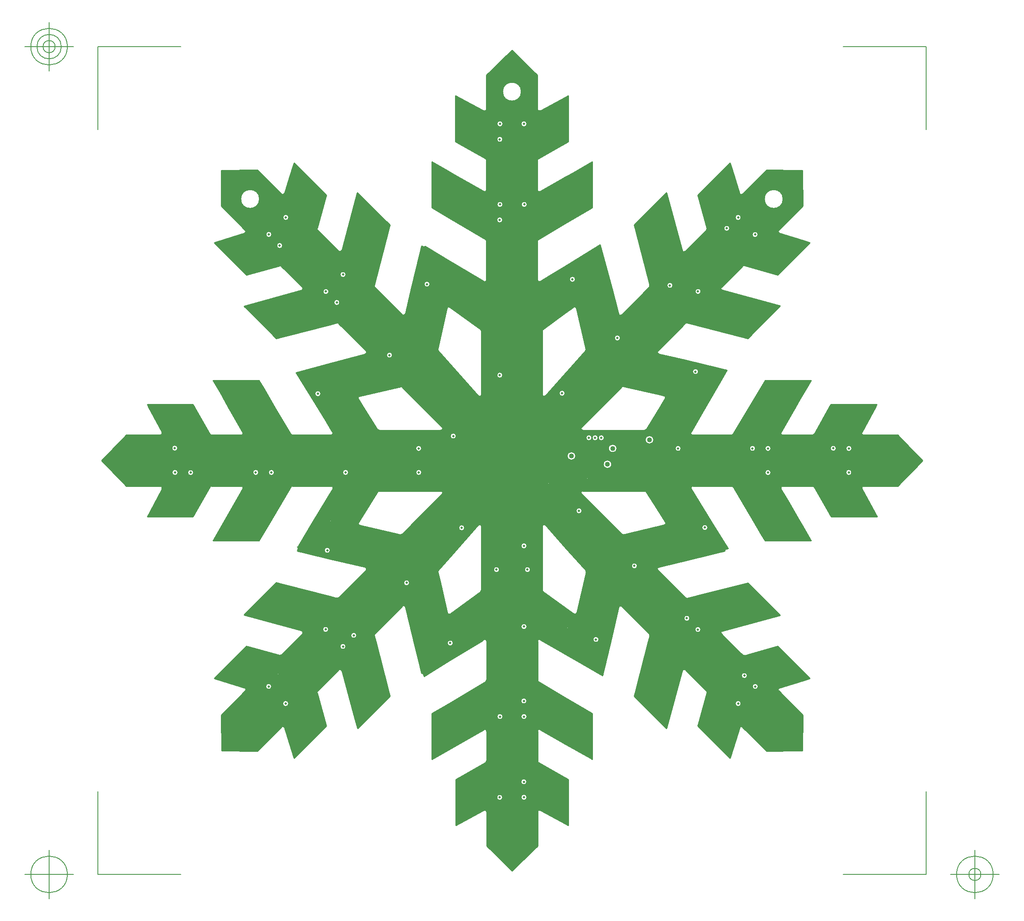
<source format=gbr>
G04 Generated by Ultiboard 14.1 *
%FSLAX24Y24*%
%MOIN*%

%ADD10C,0.0001*%
%ADD11C,0.0100*%
%ADD12C,0.0050*%
%ADD13C,0.0200*%
%ADD14C,0.0400*%


G04 ColorRGB FF0000 for the following layer *
%LNCopper Inner 2*%
%LPD*%
G54D10*
G36*
X31211Y15476D02*
X31211Y15476D01*
X28196Y13684D01*
X28196Y13684D01*
X26863Y12892D01*
X26863Y9207D01*
X27022Y9298D01*
X27022Y9298D01*
X28196Y9972D01*
X28196Y9972D01*
X31059Y11615D01*
G75*
D01*
G02X31136Y11635I75J-130*
G01*
G74*
D01*
G02X31285Y11485I2J150*
G01*
X31285Y11485D01*
X31285Y9062D01*
G75*
D01*
G02X31208Y8931I-151J0*
G01*
X31208Y8931D01*
X28785Y7577D01*
X28785Y3880D01*
X31064Y5088D01*
G74*
D01*
G02X31074Y5093I70J133*
G01*
G75*
D01*
G02X31285Y4955I60J-138*
G01*
X31285Y4955D01*
X31285Y2187D01*
X33335Y209D01*
X35385Y2187D01*
X35385Y4954D01*
G75*
D01*
G02X35397Y5013I150J1*
G01*
G75*
D01*
G02X35606Y5088I138J-58*
G01*
X35606Y5088D01*
X37645Y4006D01*
X37645Y4006D01*
X37881Y3880D01*
X37881Y7577D01*
X37645Y7709D01*
X37645Y7709D01*
X35462Y8931D01*
G75*
D01*
G02X35385Y9063I73J131*
G01*
X35385Y9063D01*
X35385Y11484D01*
G75*
D01*
G02X35394Y11537I150J1*
G01*
G75*
D01*
G02X35611Y11615I141J-52*
G01*
X35611Y11615D01*
X37645Y10449D01*
X37645Y10449D01*
X39653Y9298D01*
X39653Y9298D01*
X39809Y9209D01*
X39809Y12889D01*
X37645Y14175D01*
X37645Y14175D01*
X35458Y15473D01*
G75*
D01*
G02X35385Y15603I77J130*
G01*
X35385Y15603D01*
X35385Y18748D01*
G75*
D01*
G02X35435Y18861I150J0*
G01*
G75*
D01*
G02X35611Y18879I100J-113*
G01*
X35611Y18879D01*
X35840Y18747D01*
X35840Y18747D01*
X37645Y17706D01*
X37645Y17706D01*
X39196Y16812D01*
X39196Y16812D01*
X39196Y16812D01*
X40630Y15984D01*
X41291Y18747D01*
X41291Y18747D01*
X41672Y20340D01*
X41672Y20341D01*
X41672Y20341D01*
X41947Y21488D01*
G75*
D01*
G02X42201Y21560I147J-35*
G01*
X42201Y21560D01*
X44419Y19341D01*
G75*
D01*
G02X44458Y19197I-107J-106*
G01*
X44458Y19197D01*
X44343Y18747D01*
X44343Y18747D01*
X43208Y14305D01*
X45813Y11688D01*
X47078Y16361D01*
G75*
D01*
G02X47251Y16470I145J-40*
G01*
G74*
D01*
G02X47330Y16428I28J149*
G01*
X47330Y16428D01*
X48473Y15288D01*
X48473Y15287D01*
X48473Y15287D01*
X49042Y14719D01*
G74*
D01*
G02X49067Y14684I107J107*
G01*
G75*
D01*
G02X49080Y14571I-132J-72*
G01*
X49080Y14571D01*
X48327Y11902D01*
X49690Y10539D01*
X49690Y10538D01*
X49690Y10538D01*
X50931Y9298D01*
X50931Y9298D01*
X50941Y9287D01*
X50945Y9298D01*
X50945Y9298D01*
X51694Y11750D01*
G75*
D01*
G02X51945Y11813I144J-44*
G01*
X51945Y11813D01*
X53902Y9853D01*
X56542Y9904D01*
X56542Y9904D01*
X56756Y9908D01*
X56806Y12759D01*
X56542Y13024D01*
X56542Y13024D01*
X54851Y14719D01*
G75*
D01*
G02X54914Y14970I107J107*
G01*
X54914Y14970D01*
X56542Y15464D01*
X56542Y15464D01*
X57379Y15718D01*
X56700Y16400D01*
X56542Y16557D01*
X56542Y16557D01*
X54765Y18332D01*
X52090Y17582D01*
G75*
D01*
G02X52044Y17576I-40J145*
G01*
G74*
D01*
G02X51943Y17620I6J151*
G01*
X51943Y17620D01*
X50816Y18747D01*
X50816Y18747D01*
X50234Y19329D01*
G75*
D01*
G02X50274Y19571I106J106*
G01*
G74*
D01*
G02X50301Y19581I66J136*
G01*
X50301Y19581D01*
X54966Y20848D01*
X52361Y23451D01*
X48360Y22437D01*
X47464Y22206D01*
G75*
D01*
G02X47320Y22245I-37J146*
G01*
X47320Y22245D01*
X47093Y22472D01*
X47093Y22472D01*
X45094Y24472D01*
G75*
D01*
G02X45165Y24725I106J106*
G01*
X45165Y24725D01*
X47093Y25200D01*
X47093Y25200D01*
X50514Y26044D01*
G75*
D01*
G02X50626Y26191I151J1*
G01*
X50626Y26191D01*
X50757Y26226D01*
X49545Y28196D01*
X49545Y28196D01*
X47792Y31045D01*
G75*
D01*
G02X47921Y31274I129J79*
G01*
X47921Y31274D01*
X51061Y31274D01*
G74*
D01*
G02X51191Y31200I0J150*
G01*
X51191Y31200D01*
X52976Y28196D01*
X52976Y28196D01*
X53479Y27350D01*
X53479Y27350D01*
X53479Y27350D01*
X53770Y26857D01*
X57457Y26857D01*
X56689Y28196D01*
X56689Y28196D01*
X56542Y28452D01*
X56542Y28452D01*
X55594Y30104D01*
X55049Y31048D01*
G75*
D01*
G02X55179Y31274I130J76*
G01*
X55179Y31274D01*
X57601Y31274D01*
G74*
D01*
G02X57733Y31197I0J150*
G01*
X57733Y31197D01*
X59087Y28785D01*
X62786Y28785D01*
X61967Y30319D01*
X61967Y30319D01*
X61967Y30319D01*
X61576Y31053D01*
G75*
D01*
G02X61709Y31274I133J71*
G01*
X61709Y31274D01*
X64479Y31274D01*
X65991Y32841D01*
X65991Y32841D01*
X66459Y33326D01*
X65991Y33811D01*
X65991Y33811D01*
X64474Y35387D01*
X61704Y35387D01*
G75*
D01*
G02X61642Y35401I0J151*
G01*
G75*
D01*
G02X61571Y35609I62J137*
G01*
X61571Y35609D01*
X62656Y37645D01*
X62656Y37645D01*
X62781Y37879D01*
X59080Y37879D01*
X58948Y37645D01*
X58948Y37645D01*
X57728Y35465D01*
G74*
D01*
G02X57611Y35388I132J73*
G01*
G75*
D01*
G02X57596Y35387I-15J150*
G01*
X57596Y35387D01*
X55174Y35387D01*
G75*
D01*
G02X55149Y35389I0J151*
G01*
G75*
D01*
G02X55043Y35613I25J149*
G01*
X55043Y35613D01*
X56210Y37645D01*
X56210Y37645D01*
X56542Y38223D01*
X56542Y38223D01*
X57452Y39806D01*
X53765Y39806D01*
X52480Y37645D01*
X52480Y37645D01*
X51183Y35461D01*
G74*
D01*
G02X51108Y35397I130J77*
G01*
G75*
D01*
G02X51053Y35387I-55J141*
G01*
X51053Y35387D01*
X47905Y35387D01*
G75*
D01*
G02X47832Y35406I0J151*
G01*
G75*
D01*
G02X47775Y35613I73J132*
G01*
X47775Y35613D01*
X48947Y37645D01*
X48947Y37645D01*
X50369Y40110D01*
X50369Y40110D01*
X50369Y40110D01*
X50670Y40630D01*
X47093Y41486D01*
X47093Y41486D01*
X45168Y41947D01*
G75*
D01*
G02X45096Y42200I35J147*
G01*
X45096Y42200D01*
X46944Y44051D01*
X46944Y44051D01*
X46944Y44051D01*
X47095Y44201D01*
X47315Y44422D01*
G75*
D01*
G02X47459Y44461I107J-107*
G01*
X47459Y44461D01*
X52356Y43213D01*
X54961Y45818D01*
X50296Y47088D01*
G75*
D01*
G02X50229Y47341I39J146*
G01*
X50229Y47341D01*
X51938Y49047D01*
G74*
D01*
G02X52011Y49087I106J107*
G01*
G75*
D01*
G02X52085Y49085I33J-147*
G01*
X52085Y49085D01*
X54760Y48334D01*
X56542Y50116D01*
X56542Y50116D01*
X57374Y50946D01*
X56542Y51200D01*
X56542Y51200D01*
X54909Y51697D01*
G75*
D01*
G02X54846Y51948I44J144*
G01*
X54846Y51948D01*
X56542Y53645D01*
X56542Y53645D01*
X56801Y53905D01*
X56754Y56542D01*
X56754Y56542D01*
X56751Y56758D01*
X56542Y56762D01*
X56542Y56762D01*
X53897Y56809D01*
X53631Y56542D01*
X53631Y56542D01*
X51940Y54849D01*
G75*
D01*
G02X51689Y54911I-107J106*
G01*
X51689Y54911D01*
X51191Y56542D01*
X51191Y56542D01*
X50936Y57374D01*
X50103Y56542D01*
X50103Y56542D01*
X48322Y54762D01*
X49075Y52093D01*
G75*
D01*
G02X49036Y51945I-145J-41*
G01*
X49036Y51945D01*
X47325Y50234D01*
G75*
D01*
G02X47073Y50301I-107J106*
G01*
X47073Y50301D01*
X45808Y54971D01*
X43203Y52367D01*
X44453Y47470D01*
G75*
D01*
G02X44456Y47407I-146J-38*
G01*
G74*
D01*
G02X44414Y47325I149J25*
G01*
X44414Y47325D01*
X44182Y47093D01*
X44182Y47093D01*
X42187Y45096D01*
G75*
D01*
G02X41935Y45164I-106J107*
G01*
X41935Y45164D01*
X41419Y47093D01*
X41419Y47093D01*
X40438Y50758D01*
X37645Y49046D01*
X37645Y49046D01*
X36641Y48431D01*
X36641Y48431D01*
X36641Y48431D01*
X35609Y47800D01*
G74*
D01*
G02X35588Y47790I79J129*
G01*
G75*
D01*
G02X35379Y47929I-58J139*
G01*
X35379Y47929D01*
X35379Y51066D01*
G75*
D01*
G02X35453Y51196I151J0*
G01*
X35453Y51196D01*
X37645Y52496D01*
X37645Y52496D01*
X39804Y53777D01*
X39804Y57462D01*
X38198Y56542D01*
X38198Y56542D01*
X37645Y56225D01*
X37645Y56225D01*
X35605Y55056D01*
G74*
D01*
G02X35588Y55048I75J131*
G01*
G75*
D01*
G02X35379Y55188I-58J139*
G01*
X35379Y55188D01*
X35379Y57606D01*
G75*
D01*
G02X35456Y57738I151J1*
G01*
X35456Y57738D01*
X37645Y58963D01*
X37645Y58963D01*
X37876Y59093D01*
X37876Y62787D01*
X37645Y62664D01*
X37645Y62664D01*
X35601Y61579D01*
G74*
D01*
G02X35586Y61572I71J133*
G01*
G75*
D01*
G02X35379Y61712I-56J140*
G01*
X35379Y61712D01*
X35379Y64482D01*
X33813Y65991D01*
X33813Y65991D01*
X33330Y66457D01*
X32846Y65991D01*
X32846Y65991D01*
X31279Y64482D01*
X31279Y61712D01*
G75*
D01*
G02X31136Y61561I-150J0*
G01*
G75*
D01*
G02X31058Y61579I-7J151*
G01*
X31058Y61579D01*
X28780Y62787D01*
X28780Y59093D01*
X31202Y57738D01*
G74*
D01*
G02X31279Y57607I73J131*
G01*
X31279Y57607D01*
X31279Y55187D01*
G75*
D01*
G02X31136Y55037I-150J0*
G01*
G75*
D01*
G02X31054Y55056I-7J150*
G01*
X31054Y55056D01*
X28462Y56542D01*
X28462Y56542D01*
X28459Y56544D01*
X28196Y56695D01*
X28196Y56695D01*
X26857Y57462D01*
X26857Y53777D01*
X28196Y52983D01*
X28196Y52983D01*
X29893Y51976D01*
X31208Y51196D01*
G74*
D01*
G02X31282Y51066I77J130*
G01*
X31282Y51066D01*
X31282Y47916D01*
G75*
D01*
G02X31113Y47766I-151J0*
G01*
G74*
D01*
G02X31053Y47787I18J150*
G01*
X31053Y47787D01*
X28196Y49516D01*
X28196Y49516D01*
X26342Y50637D01*
G75*
D01*
G02X26164Y50604I-111J102*
G01*
G74*
D01*
G02X26154Y50610I67J135*
G01*
X26154Y50610D01*
X26039Y50678D01*
X25181Y47093D01*
X25181Y47093D01*
X24725Y45189D01*
G75*
D01*
G02X24537Y45065I-149J21*
G01*
G74*
D01*
G02X24469Y45104I39J145*
G01*
X24469Y45104D01*
X22480Y47093D01*
X22480Y47093D01*
X22245Y47328D01*
G75*
D01*
G02X22206Y47472I107J107*
G01*
X22206Y47472D01*
X23456Y52369D01*
X20849Y54974D01*
X19586Y50304D01*
G75*
D01*
G02X19334Y50237I-145J39*
G01*
X19334Y50237D01*
X18747Y50824D01*
X17623Y51948D01*
G75*
D01*
G02X17584Y52096I106J107*
G01*
X17584Y52096D01*
X18332Y54765D01*
X17445Y55654D01*
X17445Y55654D01*
X17445Y55654D01*
X16557Y56542D01*
X16557Y56542D01*
X15722Y57377D01*
X15466Y56542D01*
X15466Y56542D01*
X15402Y56337D01*
X14970Y54912D01*
G75*
D01*
G02X14719Y54849I-144J43*
G01*
X14719Y54849D01*
X13021Y56542D01*
X13021Y56542D01*
X12754Y56809D01*
X9879Y56753D01*
X9878Y56542D01*
X9878Y56542D01*
X9867Y54584D01*
X9867Y54582D01*
X9867Y54582D01*
X9856Y53902D01*
X11813Y51945D01*
G75*
D01*
G02X11750Y51694I-107J-107*
G01*
X11750Y51694D01*
X9298Y50947D01*
X9298Y50947D01*
X9288Y50944D01*
X9298Y50933D01*
X9298Y50933D01*
X11900Y48332D01*
X14569Y49083D01*
G75*
D01*
G02X14716Y49044I41J-145*
G01*
X14716Y49044D01*
X16428Y47338D01*
G75*
D01*
G02X16361Y47086I-107J-107*
G01*
X16361Y47086D01*
X11693Y45815D01*
X12219Y45289D01*
G74*
D01*
G02X12220Y45288I106J107*
G01*
X12220Y45288D01*
X14300Y43208D01*
X18747Y44340D01*
X18747Y44340D01*
X19200Y44456D01*
G75*
D01*
G02X19344Y44416I37J-146*
G01*
X19344Y44416D01*
X21125Y42640D01*
X21126Y42640D01*
X21126Y42640D01*
X21568Y42192D01*
G75*
D01*
G02X21539Y41957I-107J-106*
G01*
G74*
D01*
G02X21500Y41940I78J129*
G01*
X21500Y41940D01*
X18747Y41201D01*
X18747Y41201D01*
X15904Y40438D01*
X17623Y37645D01*
X17623Y37645D01*
X18264Y36603D01*
X18265Y36602D01*
X18265Y36602D01*
X18747Y35812D01*
X18747Y35812D01*
X18866Y35617D01*
G75*
D01*
G02X18843Y35430I-128J-79*
G01*
G75*
D01*
G02X18738Y35387I-105J108*
G01*
X18738Y35387D01*
X15603Y35387D01*
G75*
D01*
G02X15568Y35391I0J151*
G01*
G74*
D01*
G02X15473Y35461I35J147*
G01*
X15473Y35461D01*
X14179Y37645D01*
X14179Y37645D01*
X13319Y39095D01*
X12895Y39809D01*
X9207Y39809D01*
X9298Y39651D01*
X9298Y39651D01*
X9788Y38797D01*
X9788Y38797D01*
X9788Y38797D01*
X10448Y37645D01*
X10448Y37645D01*
X11610Y35616D01*
G75*
D01*
G02X11534Y35400I-130J-76*
G01*
G75*
D01*
G02X11479Y35390I-54J140*
G01*
X11479Y35390D01*
X9066Y35390D01*
G75*
D01*
G02X8934Y35467I-1J150*
G01*
X8934Y35467D01*
X7710Y37645D01*
X7710Y37645D01*
X7577Y37881D01*
X3885Y37881D01*
X4011Y37645D01*
X4011Y37645D01*
X5088Y35611D01*
G75*
D01*
G02X5090Y35474I-133J-71*
G01*
G75*
D01*
G02X4955Y35390I-135J66*
G01*
X4955Y35390D01*
X2185Y35390D01*
X209Y33337D01*
X2185Y31279D01*
X4955Y31279D01*
G75*
D01*
G02X5088Y31058I0J-150*
G01*
X5088Y31058D01*
X3885Y28791D01*
X7577Y28791D01*
X8934Y31203D01*
G75*
D01*
G02X9066Y31279I131J-74*
G01*
X9066Y31279D01*
X11480Y31279D01*
G75*
D01*
G02X11610Y31053I0J-150*
G01*
X11610Y31053D01*
X9972Y28196D01*
X9972Y28196D01*
X9298Y27021D01*
X9298Y27021D01*
X9207Y26863D01*
X12895Y26863D01*
X13686Y28196D01*
X13686Y28196D01*
X15473Y31206D01*
G75*
D01*
G02X15603Y31279I130J-77*
G01*
X15603Y31279D01*
X18751Y31279D01*
G75*
D01*
G02X18880Y31050I0J-150*
G01*
X18880Y31050D01*
X18747Y30832D01*
X18747Y30832D01*
X17147Y28196D01*
X17147Y28196D01*
X16023Y26345D01*
G75*
D01*
G02X16055Y26155I-98J-115*
G01*
X16055Y26155D01*
X15989Y26042D01*
X18747Y25380D01*
X18747Y25380D01*
X21488Y24722D01*
G75*
D01*
G02X21560Y24469I-35J-146*
G01*
X21560Y24469D01*
X19344Y22248D01*
G75*
D01*
G02X19200Y22208I-107J106*
G01*
X19200Y22208D01*
X18747Y22324D01*
X18747Y22324D01*
X14300Y23456D01*
X11696Y20854D01*
X16363Y19586D01*
G75*
D01*
G02X16430Y19334I-39J-145*
G01*
X16430Y19334D01*
X15842Y18747D01*
X15842Y18747D01*
X14719Y17625D01*
G75*
D01*
G02X14571Y17587I-107J107*
G01*
X14571Y17587D01*
X11902Y18337D01*
X9298Y15731D01*
X9298Y15731D01*
X9290Y15723D01*
X9298Y15721D01*
X9298Y15721D01*
X11752Y14975D01*
G74*
D01*
G02X11804Y14948I43J144*
G01*
G75*
D01*
G02X11815Y14724I-95J-117*
G01*
X11815Y14724D01*
X9858Y12765D01*
X9909Y9911D01*
X12757Y9858D01*
X14722Y11818D01*
G75*
D01*
G02X14969Y11766I106J-107*
G01*
G74*
D01*
G02X14972Y11755I141J55*
G01*
X14972Y11755D01*
X15724Y9298D01*
X15724Y9298D01*
X15725Y9293D01*
X15730Y9298D01*
X15730Y9298D01*
X16971Y10543D01*
X16971Y10544D01*
X16971Y10544D01*
X18335Y11907D01*
X17587Y14576D01*
G75*
D01*
G02X17625Y14724I145J41*
G01*
X17625Y14724D01*
X18747Y15844D01*
X18747Y15844D01*
X19337Y16433D01*
G75*
D01*
G02X19589Y16365I106J-107*
G01*
X19589Y16365D01*
X20657Y12415D01*
X20657Y12415D01*
X20657Y12415D01*
X20852Y11696D01*
X23459Y14313D01*
X22326Y18747D01*
X22326Y18747D01*
X22209Y19205D01*
G75*
D01*
G02X22248Y19349I146J38*
G01*
X22248Y19349D01*
X24474Y21578D01*
G75*
D01*
G02X24727Y21508I107J-106*
G01*
X24727Y21508D01*
X25407Y18747D01*
X25407Y18747D01*
X26044Y16158D01*
G74*
D01*
G02X26188Y16048I1J151*
G01*
X26188Y16048D01*
X26226Y15915D01*
X28196Y17121D01*
X28196Y17121D01*
X30851Y18747D01*
X30851Y18747D01*
X31037Y18861D01*
G75*
D01*
G02X31192Y18885I97J-115*
G01*
G74*
D01*
G02X31285Y18746I58J139*
G01*
X31285Y18746D01*
X31285Y15605D01*
G75*
D01*
G02X31211Y15476I-151J0*
G01*
D02*
G37*
%LPC*%
G36*
X18721Y28086D02*
G74*
D01*
G02X18576Y28231I89J234*
G01*
X18576Y28231D01*
X18721Y28231D01*
X18721Y28086D01*
D02*
G37*
G36*
X28196Y18393D02*
G75*
D01*
G02X28196Y18393I154J197*
G01*
D02*
G37*
G36*
X39894Y18747D02*
G75*
D01*
G02X39894Y18747I215J128*
G01*
D02*
G37*
G36*
X47069Y26396D02*
X47069Y26396D01*
X47069Y26541D01*
X47214Y26541D01*
G74*
D01*
G02X47069Y26396I234J89*
G01*
D02*
G37*
G36*
X47069Y26864D02*
G74*
D01*
G02X47214Y26719I89J234*
G01*
X47214Y26719D01*
X47069Y26719D01*
X47069Y26864D01*
D02*
G37*
G36*
X18086Y47093D02*
G75*
D01*
G02X18086Y47093I226J-107*
G01*
D02*
G37*
G36*
X47093Y18533D02*
G75*
D01*
G02X47093Y18533I-113J-223*
G01*
D02*
G37*
G36*
X48122Y47093D02*
G75*
D01*
G02X48122Y47093I228J-103*
G01*
D02*
G37*
G36*
X47093Y48579D02*
G75*
D01*
G02X47093Y48579I-117J-221*
G01*
D02*
G37*
G36*
X31118Y47093D02*
G75*
D01*
G02X31118Y47093I-68J-343*
G01*
D02*
G37*
G36*
X38301Y45734D02*
G75*
D01*
G02X38534Y45658I89J-122*
G01*
G74*
D01*
G02X38537Y45646I144J46*
G01*
X38537Y45646D01*
X39309Y42323D01*
G75*
D01*
G02X39274Y42189I-147J-34*
G01*
X39274Y42189D01*
X37645Y40364D01*
X37645Y40364D01*
X36033Y38560D01*
G74*
D01*
G02X35985Y38524I113J100*
G01*
G75*
D01*
G02X35769Y38660I-65J136*
G01*
X35769Y38660D01*
X35769Y43800D01*
G75*
D01*
G02X35831Y43922I151J0*
G01*
X35831Y43922D01*
X37645Y45252D01*
X37645Y45252D01*
X38301Y45734D01*
D02*
G37*
G36*
X27361Y42197D02*
X27360Y42198D01*
G75*
D01*
G02X27327Y42331I114J99*
G01*
X27327Y42331D01*
X28076Y45630D01*
G75*
D01*
G02X28311Y45719I147J-33*
G01*
X28311Y45719D01*
X30808Y43922D01*
G74*
D01*
G02X30852Y43873I88J122*
G01*
G75*
D01*
G02X30871Y43800I-132J-73*
G01*
X30871Y43800D01*
X30871Y38655D01*
G75*
D01*
G02X30607Y38555I-151J0*
G01*
X30607Y38555D01*
X28196Y41261D01*
X28196Y41261D01*
X27361Y42197D01*
D02*
G37*
G36*
X44178Y35851D02*
G75*
D01*
G02X44050Y35779I-128J79*
G01*
X44050Y35779D01*
X39040Y35779D01*
G75*
D01*
G02X38972Y35795I0J151*
G01*
G75*
D01*
G02X38933Y36037I68J135*
G01*
X38933Y36037D01*
X40540Y37645D01*
X40540Y37645D01*
X42178Y39284D01*
G75*
D01*
G02X42317Y39325I106J-106*
G01*
X42317Y39325D01*
X45275Y38658D01*
X45622Y38580D01*
G75*
D01*
G02X45717Y38354I-33J-147*
G01*
X45717Y38354D01*
X45281Y37645D01*
X45281Y37645D01*
X44178Y35851D01*
D02*
G37*
G36*
X45738Y28196D02*
X45738Y28196D01*
X45738Y28196D01*
G74*
D01*
G02X45638Y28120I133J71*
G01*
X45638Y28120D01*
X42313Y27348D01*
G75*
D01*
G02X42172Y27388I-34J147*
G01*
X42172Y27388D01*
X41366Y28196D01*
X41366Y28196D01*
X39751Y29812D01*
X38934Y30623D01*
G75*
D01*
G02X38889Y30737I106J107*
G01*
G75*
D01*
G02X39040Y30881I151J-7*
G01*
X39040Y30881D01*
X44050Y30881D01*
G74*
D01*
G02X44178Y30810I0J151*
G01*
X44178Y30810D01*
X44996Y29513D01*
X44996Y29513D01*
X44996Y29513D01*
X45732Y28347D01*
G74*
D01*
G02X45755Y28268I127J80*
G01*
G75*
D01*
G02X45738Y28196I-150J-1*
G01*
D02*
G37*
G36*
X35832Y22737D02*
G75*
D01*
G02X35769Y22860I88J123*
G01*
X35769Y22860D01*
X35769Y28020D01*
G75*
D01*
G02X35783Y28084I151J0*
G01*
G75*
D01*
G02X36033Y28120I137J-64*
G01*
X36033Y28120D01*
X37645Y26311D01*
X37645Y26311D01*
X39285Y24470D01*
G75*
D01*
G02X39319Y24336I-113J-100*
G01*
X39319Y24336D01*
X38570Y21034D01*
G75*
D01*
G02X38335Y20945I-147J33*
G01*
X38335Y20945D01*
X37645Y21440D01*
X37645Y21440D01*
X35832Y22737D01*
D02*
G37*
G36*
X28107Y21023D02*
X28107Y21023D01*
X27554Y23399D01*
X27553Y23399D01*
X27553Y23399D01*
X27335Y24346D01*
G75*
D01*
G02X27369Y24480I147J34*
G01*
X27369Y24480D01*
X28196Y25409D01*
X28196Y25409D01*
X30607Y28120D01*
G75*
D01*
G02X30735Y28170I113J-100*
G01*
G74*
D01*
G02X30871Y28020I15J150*
G01*
X30871Y28020D01*
X30871Y22860D01*
G75*
D01*
G02X30809Y22738I-151J0*
G01*
X30809Y22738D01*
X28343Y20935D01*
G75*
D01*
G02X28107Y21023I-89J122*
G01*
D02*
G37*
G36*
X27977Y37645D02*
G75*
D01*
G02X27977Y37645I-87J-235*
G01*
D02*
G37*
G36*
X27706Y36037D02*
G74*
D01*
G02X27751Y35935I106J107*
G01*
G75*
D01*
G02X27599Y35779I-151J-5*
G01*
X27599Y35779D01*
X22610Y35779D01*
G75*
D01*
G02X22484Y35847I0J151*
G01*
X22483Y35849D01*
X22483Y35849D01*
X21344Y37645D01*
X21344Y37645D01*
X21035Y38131D01*
X21035Y38132D01*
X21035Y38132D01*
X20917Y38320D01*
G75*
D01*
G02X21010Y38547I127J80*
G01*
X21010Y38547D01*
X24330Y39316D01*
G75*
D01*
G02X24471Y39276I35J-146*
G01*
X24471Y39276D01*
X26101Y37645D01*
X26101Y37645D01*
X27706Y36037D01*
D02*
G37*
G36*
X24464Y27380D02*
G75*
D01*
G02X24323Y27340I-107J107*
G01*
X24323Y27340D01*
X21026Y28091D01*
G75*
D01*
G02X20932Y28318I34J147*
G01*
X20932Y28318D01*
X22481Y30809D01*
G75*
D01*
G02X22610Y30881I129J-79*
G01*
X22610Y30881D01*
X27592Y30880D01*
G75*
D01*
G02X27751Y30730I8J-150*
G01*
G75*
D01*
G02X27702Y30618I-151J0*
G01*
X27702Y30618D01*
X25279Y28196D01*
X25279Y28196D01*
X24464Y27380D01*
D02*
G37*
G36*
X18899Y28086D02*
X18899Y28086D01*
X18899Y28231D01*
X19044Y28231D01*
G74*
D01*
G02X18899Y28086I234J89*
G01*
D02*
G37*
G36*
X18576Y28409D02*
G74*
D01*
G02X18721Y28554I234J89*
G01*
X18721Y28554D01*
X18721Y28409D01*
X18576Y28409D01*
D02*
G37*
G36*
X18170Y26080D02*
G75*
D01*
G02X18170Y26080I250J0*
G01*
D02*
G37*
G36*
X17410Y38730D02*
G75*
D01*
G02X17410Y38730I250J0*
G01*
D02*
G37*
G36*
X26220Y47580D02*
G75*
D01*
G02X26220Y47580I250J0*
G01*
D02*
G37*
G36*
X48650Y27920D02*
G75*
D01*
G02X48650Y27920I250J0*
G01*
D02*
G37*
G36*
X47896Y40517D02*
G75*
D01*
G02X47896Y40517I250J0*
G01*
D02*
G37*
G36*
X47700Y38240D02*
G75*
D01*
G02X47700Y38240I50J0*
G01*
D02*
G37*
G36*
X47661Y38006D02*
G74*
D01*
G02X47516Y38151I89J234*
G01*
X47516Y38151D01*
X47661Y38151D01*
X47661Y38006D01*
D02*
G37*
G36*
X47984Y38151D02*
G74*
D01*
G02X47839Y38006I234J89*
G01*
X47839Y38006D01*
X47839Y38151D01*
X47984Y38151D01*
D02*
G37*
G36*
X47839Y38474D02*
G74*
D01*
G02X47984Y38329I89J234*
G01*
X47984Y38329D01*
X47839Y38329D01*
X47839Y38474D01*
D02*
G37*
G36*
X47516Y38329D02*
G74*
D01*
G02X47661Y38474I234J89*
G01*
X47661Y38474D01*
X47661Y38329D01*
X47516Y38329D01*
D02*
G37*
G36*
X37962Y47973D02*
G75*
D01*
G02X37962Y47973I250J0*
G01*
D02*
G37*
G36*
X47410Y46100D02*
G75*
D01*
G02X47410Y46100I50J0*
G01*
D02*
G37*
G36*
X47694Y46011D02*
G74*
D01*
G02X47549Y45866I234J89*
G01*
X47549Y45866D01*
X47549Y46011D01*
X47694Y46011D01*
D02*
G37*
G36*
X47549Y46334D02*
G74*
D01*
G02X47694Y46189I89J234*
G01*
X47694Y46189D01*
X47549Y46189D01*
X47549Y46334D01*
D02*
G37*
G36*
X47371Y45866D02*
G74*
D01*
G02X47226Y46011I89J234*
G01*
X47226Y46011D01*
X47371Y46011D01*
X47371Y45866D01*
D02*
G37*
G36*
X47226Y46189D02*
G74*
D01*
G02X47371Y46334I234J89*
G01*
X47371Y46334D01*
X47371Y46189D01*
X47226Y46189D01*
D02*
G37*
G36*
X45830Y47480D02*
G75*
D01*
G02X45830Y47480I250J0*
G01*
D02*
G37*
G36*
X18040Y19690D02*
G75*
D01*
G02X18040Y19690I250J0*
G01*
D02*
G37*
G36*
X19434Y18312D02*
G75*
D01*
G02X19434Y18312I250J0*
G01*
D02*
G37*
G36*
X48090Y19680D02*
G75*
D01*
G02X48090Y19680I250J0*
G01*
D02*
G37*
G36*
X47200Y20590D02*
G75*
D01*
G02X47200Y20590I250J0*
G01*
D02*
G37*
G36*
X20471Y47236D02*
G74*
D01*
G02X20326Y47381I89J234*
G01*
X20326Y47381D01*
X20471Y47381D01*
X20471Y47236D01*
D02*
G37*
G36*
X20794Y47381D02*
G74*
D01*
G02X20649Y47236I234J89*
G01*
X20649Y47236D01*
X20649Y47381D01*
X20794Y47381D01*
D02*
G37*
G36*
X20326Y47559D02*
G74*
D01*
G02X20471Y47704I234J89*
G01*
X20471Y47704D01*
X20471Y47559D01*
X20326Y47559D01*
D02*
G37*
G36*
X20649Y47704D02*
G74*
D01*
G02X20794Y47559I89J234*
G01*
X20794Y47559D01*
X20649Y47559D01*
X20649Y47704D01*
D02*
G37*
G36*
X20510Y47470D02*
G75*
D01*
G02X20510Y47470I50J0*
G01*
D02*
G37*
G36*
X19440Y48360D02*
G75*
D01*
G02X19440Y48360I250J0*
G01*
D02*
G37*
G36*
X5880Y32370D02*
G75*
D01*
G02X5880Y32370I250J0*
G01*
D02*
G37*
G36*
X7140Y32360D02*
G75*
D01*
G02X7140Y32360I250J0*
G01*
D02*
G37*
G36*
X5860Y34330D02*
G75*
D01*
G02X5860Y34330I250J0*
G01*
D02*
G37*
G36*
X7146Y34399D02*
G74*
D01*
G02X7291Y34544I234J89*
G01*
X7291Y34544D01*
X7291Y34399D01*
X7146Y34399D01*
D02*
G37*
G36*
X7469Y34544D02*
G74*
D01*
G02X7614Y34399I89J234*
G01*
X7614Y34399D01*
X7469Y34399D01*
X7469Y34544D01*
D02*
G37*
G36*
X7614Y34221D02*
G74*
D01*
G02X7469Y34076I234J89*
G01*
X7469Y34076D01*
X7469Y34221D01*
X7614Y34221D01*
D02*
G37*
G36*
X7291Y34076D02*
G74*
D01*
G02X7146Y34221I89J234*
G01*
X7146Y34221D01*
X7291Y34221D01*
X7291Y34076D01*
D02*
G37*
G36*
X7330Y34310D02*
G75*
D01*
G02X7330Y34310I50J0*
G01*
D02*
G37*
G36*
X32090Y6120D02*
G75*
D01*
G02X32090Y6120I250J0*
G01*
D02*
G37*
G36*
X34050Y6130D02*
G75*
D01*
G02X34050Y6130I250J0*
G01*
D02*
G37*
G36*
X32126Y7469D02*
G74*
D01*
G02X32271Y7614I234J89*
G01*
X32271Y7614D01*
X32271Y7469D01*
X32126Y7469D01*
D02*
G37*
G36*
X32271Y7146D02*
G74*
D01*
G02X32126Y7291I89J234*
G01*
X32126Y7291D01*
X32271Y7291D01*
X32271Y7146D01*
D02*
G37*
G36*
X32449Y7614D02*
G74*
D01*
G02X32594Y7469I89J234*
G01*
X32594Y7469D01*
X32449Y7469D01*
X32449Y7614D01*
D02*
G37*
G36*
X32594Y7291D02*
G74*
D01*
G02X32449Y7146I234J89*
G01*
X32449Y7146D01*
X32449Y7291D01*
X32594Y7291D01*
D02*
G37*
G36*
X32310Y7380D02*
G75*
D01*
G02X32310Y7380I50J0*
G01*
D02*
G37*
G36*
X34040Y7380D02*
G75*
D01*
G02X34040Y7380I250J0*
G01*
D02*
G37*
G36*
X59191Y32146D02*
G74*
D01*
G02X59046Y32291I89J234*
G01*
X59046Y32291D01*
X59191Y32291D01*
X59191Y32146D01*
D02*
G37*
G36*
X59514Y32291D02*
G74*
D01*
G02X59369Y32146I234J89*
G01*
X59369Y32146D01*
X59369Y32291D01*
X59514Y32291D01*
D02*
G37*
G36*
X60270Y32370D02*
G75*
D01*
G02X60270Y32370I250J0*
G01*
D02*
G37*
G36*
X59046Y32469D02*
G74*
D01*
G02X59191Y32614I234J89*
G01*
X59191Y32614D01*
X59191Y32469D01*
X59046Y32469D01*
D02*
G37*
G36*
X59369Y32614D02*
G74*
D01*
G02X59514Y32469I89J234*
G01*
X59514Y32469D01*
X59369Y32469D01*
X59369Y32614D01*
D02*
G37*
G36*
X59230Y32380D02*
G75*
D01*
G02X59230Y32380I50J0*
G01*
D02*
G37*
G36*
X59020Y34320D02*
G75*
D01*
G02X59020Y34320I250J0*
G01*
D02*
G37*
G36*
X60280Y34310D02*
G75*
D01*
G02X60280Y34310I250J0*
G01*
D02*
G37*
G36*
X32100Y59280D02*
G75*
D01*
G02X32100Y59280I250J0*
G01*
D02*
G37*
G36*
X34534Y59191D02*
G74*
D01*
G02X34389Y59046I234J89*
G01*
X34389Y59046D01*
X34389Y59191D01*
X34534Y59191D01*
D02*
G37*
G36*
X34211Y59046D02*
G74*
D01*
G02X34066Y59191I89J234*
G01*
X34066Y59191D01*
X34211Y59191D01*
X34211Y59046D01*
D02*
G37*
G36*
X34066Y59369D02*
G74*
D01*
G02X34211Y59514I234J89*
G01*
X34211Y59514D01*
X34211Y59369D01*
X34066Y59369D01*
D02*
G37*
G36*
X34389Y59514D02*
G74*
D01*
G02X34534Y59369I89J234*
G01*
X34534Y59369D01*
X34389Y59369D01*
X34389Y59514D01*
D02*
G37*
G36*
X34250Y59280D02*
G75*
D01*
G02X34250Y59280I50J0*
G01*
D02*
G37*
G36*
X32110Y60530D02*
G75*
D01*
G02X32110Y60530I250J0*
G01*
D02*
G37*
G36*
X34050Y60530D02*
G75*
D01*
G02X34050Y60530I250J0*
G01*
D02*
G37*
G36*
X32560Y63130D02*
G75*
D01*
G02X32560Y63130I770J0*
G01*
D02*
G37*
G36*
X51836Y50789D02*
G74*
D01*
G02X51981Y50934I234J89*
G01*
X51981Y50934D01*
X51981Y50789D01*
X51836Y50789D01*
D02*
G37*
G36*
X51981Y50466D02*
G74*
D01*
G02X51836Y50611I89J234*
G01*
X51836Y50611D01*
X51981Y50611D01*
X51981Y50466D01*
D02*
G37*
G36*
X52159Y50934D02*
G74*
D01*
G02X52304Y50789I89J234*
G01*
X52304Y50789D01*
X52159Y50789D01*
X52159Y50934D01*
D02*
G37*
G36*
X52304Y50611D02*
G74*
D01*
G02X52159Y50466I234J89*
G01*
X52159Y50466D01*
X52159Y50611D01*
X52304Y50611D01*
D02*
G37*
G36*
X52020Y50700D02*
G75*
D01*
G02X52020Y50700I50J0*
G01*
D02*
G37*
G36*
X50420Y52090D02*
G75*
D01*
G02X50420Y52090I250J0*
G01*
D02*
G37*
G36*
X52710Y51590D02*
G75*
D01*
G02X52710Y51590I250J0*
G01*
D02*
G37*
G36*
X51336Y52968D02*
G75*
D01*
G02X51336Y52968I250J0*
G01*
D02*
G37*
G36*
X53690Y54460D02*
G75*
D01*
G02X53690Y54460I770J0*
G01*
D02*
G37*
G36*
X34554Y48007D02*
G74*
D01*
G02X34409Y47862I234J89*
G01*
X34409Y47862D01*
X34409Y48007D01*
X34554Y48007D01*
D02*
G37*
G36*
X34231Y47862D02*
G74*
D01*
G02X34086Y48007I89J234*
G01*
X34086Y48007D01*
X34231Y48007D01*
X34231Y47862D01*
D02*
G37*
G36*
X34086Y48184D02*
G74*
D01*
G02X34231Y48329I234J88*
G01*
X34231Y48329D01*
X34231Y48184D01*
X34086Y48184D01*
D02*
G37*
G36*
X34409Y48329D02*
G74*
D01*
G02X34554Y48184I89J233*
G01*
X34554Y48184D01*
X34409Y48184D01*
X34409Y48329D01*
D02*
G37*
G36*
X34270Y48096D02*
G75*
D01*
G02X34270Y48096I50J0*
G01*
D02*
G37*
G36*
X32090Y52770D02*
G75*
D01*
G02X32090Y52770I250J0*
G01*
D02*
G37*
G36*
X34250Y52780D02*
G75*
D01*
G02X34250Y52780I50J0*
G01*
D02*
G37*
G36*
X34534Y52691D02*
G74*
D01*
G02X34389Y52546I234J89*
G01*
X34389Y52546D01*
X34389Y52691D01*
X34534Y52691D01*
D02*
G37*
G36*
X34211Y52546D02*
G74*
D01*
G02X34066Y52691I89J234*
G01*
X34066Y52691D01*
X34211Y52691D01*
X34211Y52546D01*
D02*
G37*
G36*
X34066Y52869D02*
G74*
D01*
G02X34211Y53014I234J89*
G01*
X34211Y53014D01*
X34211Y52869D01*
X34066Y52869D01*
D02*
G37*
G36*
X34389Y53014D02*
G74*
D01*
G02X34534Y52869I89J234*
G01*
X34534Y52869D01*
X34389Y52869D01*
X34389Y53014D01*
D02*
G37*
G36*
X32110Y54020D02*
G75*
D01*
G02X32110Y54020I250J0*
G01*
D02*
G37*
G36*
X34070Y54020D02*
G75*
D01*
G02X34070Y54020I250J0*
G01*
D02*
G37*
G36*
X14330Y50700D02*
G75*
D01*
G02X14330Y50700I250J0*
G01*
D02*
G37*
G36*
X13452Y51596D02*
G75*
D01*
G02X13452Y51596I250J0*
G01*
D02*
G37*
G36*
X15871Y51846D02*
G74*
D01*
G02X15726Y51991I89J234*
G01*
X15726Y51991D01*
X15871Y51991D01*
X15871Y51846D01*
D02*
G37*
G36*
X16194Y51991D02*
G74*
D01*
G02X16049Y51846I234J89*
G01*
X16049Y51846D01*
X16049Y51991D01*
X16194Y51991D01*
D02*
G37*
G36*
X14820Y52970D02*
G75*
D01*
G02X14820Y52970I250J0*
G01*
D02*
G37*
G36*
X15726Y52169D02*
G74*
D01*
G02X15871Y52314I234J89*
G01*
X15871Y52314D01*
X15871Y52169D01*
X15726Y52169D01*
D02*
G37*
G36*
X16049Y52314D02*
G74*
D01*
G02X16194Y52169I89J234*
G01*
X16194Y52169D01*
X16049Y52169D01*
X16049Y52314D01*
D02*
G37*
G36*
X15910Y52080D02*
G75*
D01*
G02X15910Y52080I50J0*
G01*
D02*
G37*
G36*
X11420Y54460D02*
G75*
D01*
G02X11420Y54460I770J0*
G01*
D02*
G37*
G36*
X52661Y32136D02*
G74*
D01*
G02X52516Y32281I89J234*
G01*
X52516Y32281D01*
X52661Y32281D01*
X52661Y32136D01*
D02*
G37*
G36*
X52984Y32281D02*
G74*
D01*
G02X52839Y32136I234J89*
G01*
X52839Y32136D01*
X52839Y32281D01*
X52984Y32281D01*
D02*
G37*
G36*
X53750Y32360D02*
G75*
D01*
G02X53750Y32360I250J0*
G01*
D02*
G37*
G36*
X52700Y32370D02*
G75*
D01*
G02X52700Y32370I50J0*
G01*
D02*
G37*
G36*
X52516Y32459D02*
G74*
D01*
G02X52661Y32604I234J89*
G01*
X52661Y32604D01*
X52661Y32459D01*
X52516Y32459D01*
D02*
G37*
G36*
X52839Y32604D02*
G74*
D01*
G02X52984Y32459I89J234*
G01*
X52984Y32459D01*
X52839Y32459D01*
X52839Y32604D01*
D02*
G37*
G36*
X52500Y34310D02*
G75*
D01*
G02X52500Y34310I250J0*
G01*
D02*
G37*
G36*
X53750Y34310D02*
G75*
D01*
G02X53750Y34310I250J0*
G01*
D02*
G37*
G36*
X51340Y13700D02*
G75*
D01*
G02X51340Y13700I250J0*
G01*
D02*
G37*
G36*
X50466Y14659D02*
G74*
D01*
G02X50611Y14804I234J89*
G01*
X50611Y14804D01*
X50611Y14659D01*
X50466Y14659D01*
D02*
G37*
G36*
X50789Y14804D02*
G74*
D01*
G02X50934Y14659I89J234*
G01*
X50934Y14659D01*
X50789Y14659D01*
X50789Y14804D01*
D02*
G37*
G36*
X50934Y14481D02*
G74*
D01*
G02X50789Y14336I234J89*
G01*
X50789Y14336D01*
X50789Y14481D01*
X50934Y14481D01*
D02*
G37*
G36*
X50611Y14336D02*
G74*
D01*
G02X50466Y14481I89J234*
G01*
X50466Y14481D01*
X50611Y14481D01*
X50611Y14336D01*
D02*
G37*
G36*
X50650Y14570D02*
G75*
D01*
G02X50650Y14570I50J0*
G01*
D02*
G37*
G36*
X52720Y15080D02*
G75*
D01*
G02X52720Y15080I250J0*
G01*
D02*
G37*
G36*
X51840Y15960D02*
G75*
D01*
G02X51840Y15960I250J0*
G01*
D02*
G37*
G36*
X37389Y37234D02*
G74*
D01*
G02X37534Y37089I89J234*
G01*
X37534Y37089D01*
X37389Y37089D01*
X37389Y37234D01*
D02*
G37*
G36*
X36256Y28879D02*
G74*
D01*
G02X36401Y29024I234J89*
G01*
X36401Y29024D01*
X36401Y28879D01*
X36256Y28879D01*
D02*
G37*
G36*
X36579Y29024D02*
G74*
D01*
G02X36724Y28879I89J234*
G01*
X36724Y28879D01*
X36579Y28879D01*
X36579Y29024D01*
D02*
G37*
G36*
X36724Y28701D02*
G74*
D01*
G02X36579Y28556I234J89*
G01*
X36579Y28556D01*
X36579Y28701D01*
X36724Y28701D01*
D02*
G37*
G36*
X36401Y28556D02*
G74*
D01*
G02X36256Y28701I89J234*
G01*
X36256Y28701D01*
X36401Y28701D01*
X36401Y28556D01*
D02*
G37*
G36*
X36440Y28790D02*
G75*
D01*
G02X36440Y28790I50J0*
G01*
D02*
G37*
G36*
X29004Y30061D02*
G74*
D01*
G02X28859Y29916I234J89*
G01*
X28859Y29916D01*
X28859Y30061D01*
X29004Y30061D01*
D02*
G37*
G36*
X28681Y29916D02*
G74*
D01*
G02X28536Y30061I89J234*
G01*
X28536Y30061D01*
X28681Y30061D01*
X28681Y29916D01*
D02*
G37*
G36*
X28536Y30239D02*
G74*
D01*
G02X28681Y30384I234J89*
G01*
X28681Y30384D01*
X28681Y30239D01*
X28536Y30239D01*
D02*
G37*
G36*
X28859Y30384D02*
G74*
D01*
G02X29004Y30239I89J234*
G01*
X29004Y30239D01*
X28859Y30239D01*
X28859Y30384D01*
D02*
G37*
G36*
X28720Y30150D02*
G75*
D01*
G02X28720Y30150I50J0*
G01*
D02*
G37*
G36*
X35886Y31449D02*
G74*
D01*
G02X36031Y31594I234J89*
G01*
X36031Y31594D01*
X36031Y31449D01*
X35886Y31449D01*
D02*
G37*
G36*
X36209Y31504D02*
X36209Y31504D01*
X36209Y31594D01*
G74*
D01*
G02X36263Y31565I89J234*
G01*
G74*
D01*
G02X36331Y31604I157J195*
G01*
X36331Y31604D01*
X36331Y31494D01*
G74*
D01*
G02X36354Y31449I211J134*
G01*
X36354Y31449D01*
X36209Y31449D01*
X36209Y31459D01*
X36186Y31459D01*
G74*
D01*
G02X36209Y31504I234J89*
G01*
D02*
G37*
G36*
X36354Y31271D02*
G74*
D01*
G02X36331Y31226I234J89*
G01*
X36331Y31226D01*
X36331Y31136D01*
G74*
D01*
G02X36277Y31165I89J234*
G01*
G74*
D01*
G02X36209Y31126I157J195*
G01*
X36209Y31126D01*
X36209Y31236D01*
G74*
D01*
G02X36186Y31281I211J134*
G01*
X36186Y31281D01*
X36331Y31281D01*
X36331Y31271D01*
X36354Y31271D01*
D02*
G37*
G36*
X36031Y31126D02*
G74*
D01*
G02X35886Y31271I89J234*
G01*
X35886Y31271D01*
X36031Y31271D01*
X36031Y31126D01*
D02*
G37*
G36*
X36070Y31360D02*
G75*
D01*
G02X36070Y31360I50J0*
G01*
D02*
G37*
G36*
X36509Y31486D02*
X36509Y31486D01*
X36509Y31604D01*
G74*
D01*
G02X36575Y31566I89J234*
G01*
G74*
D01*
G02X36641Y31604I155J196*
G01*
X36641Y31604D01*
X36641Y31486D01*
G74*
D01*
G02X36654Y31459I221J116*
G01*
X36654Y31459D01*
X36496Y31459D01*
G74*
D01*
G02X36509Y31486I234J89*
G01*
D02*
G37*
G36*
X36816Y31459D02*
G74*
D01*
G02X36819Y31465I234J89*
G01*
X36819Y31465D01*
X36819Y31604D01*
G74*
D01*
G02X36890Y31562I89J234*
G01*
G74*
D01*
G02X36961Y31604I160J192*
G01*
X36961Y31604D01*
X36961Y31465D01*
G74*
D01*
G02X36964Y31459I231J95*
G01*
X36964Y31459D01*
X36816Y31459D01*
D02*
G37*
G36*
X37000Y31370D02*
G75*
D01*
G02X37000Y31370I50J0*
G01*
D02*
G37*
G36*
X36654Y31281D02*
G74*
D01*
G02X36641Y31254I234J89*
G01*
X36641Y31254D01*
X36641Y31136D01*
G74*
D01*
G02X36575Y31174I89J234*
G01*
G74*
D01*
G02X36509Y31136I155J196*
G01*
X36509Y31136D01*
X36509Y31254D01*
G74*
D01*
G02X36496Y31281I221J116*
G01*
X36496Y31281D01*
X36654Y31281D01*
D02*
G37*
G36*
X36370Y31370D02*
G75*
D01*
G02X36370Y31370I50J0*
G01*
D02*
G37*
G36*
X36961Y31275D02*
X36961Y31275D01*
X36961Y31136D01*
G74*
D01*
G02X36890Y31178I89J234*
G01*
G74*
D01*
G02X36819Y31136I160J192*
G01*
X36819Y31136D01*
X36819Y31275D01*
G74*
D01*
G02X36816Y31281I231J95*
G01*
X36816Y31281D01*
X36964Y31281D01*
G74*
D01*
G02X36961Y31275I234J89*
G01*
D02*
G37*
G36*
X36680Y31370D02*
G75*
D01*
G02X36680Y31370I50J0*
G01*
D02*
G37*
G36*
X37139Y31604D02*
G74*
D01*
G02X37284Y31459I89J234*
G01*
X37284Y31459D01*
X37139Y31459D01*
X37139Y31604D01*
D02*
G37*
G36*
X37284Y31281D02*
G74*
D01*
G02X37139Y31136I234J89*
G01*
X37139Y31136D01*
X37139Y31281D01*
X37284Y31281D01*
D02*
G37*
G36*
X28340Y35310D02*
G75*
D01*
G02X28340Y35310I250J0*
G01*
D02*
G37*
G36*
X37250Y37000D02*
G75*
D01*
G02X37250Y37000I50J0*
G01*
D02*
G37*
G36*
X37534Y36911D02*
G74*
D01*
G02X37389Y36766I234J89*
G01*
X37389Y36766D01*
X37389Y36911D01*
X37534Y36911D01*
D02*
G37*
G36*
X37211Y36766D02*
G74*
D01*
G02X37066Y36911I89J234*
G01*
X37066Y36911D01*
X37211Y36911D01*
X37211Y36766D01*
D02*
G37*
G36*
X37066Y37089D02*
G74*
D01*
G02X37211Y37234I234J89*
G01*
X37211Y37234D01*
X37211Y37089D01*
X37066Y37089D01*
D02*
G37*
G36*
X28560Y46740D02*
G75*
D01*
G02X28560Y46740I50J0*
G01*
D02*
G37*
G36*
X30051Y37646D02*
G74*
D01*
G02X29906Y37791I89J234*
G01*
X29906Y37791D01*
X30051Y37791D01*
X30051Y37646D01*
D02*
G37*
G36*
X30374Y37791D02*
G74*
D01*
G02X30229Y37646I234J89*
G01*
X30229Y37646D01*
X30229Y37791D01*
X30374Y37791D01*
D02*
G37*
G36*
X29906Y37969D02*
G74*
D01*
G02X30051Y38114I234J89*
G01*
X30051Y38114D01*
X30051Y37969D01*
X29906Y37969D01*
D02*
G37*
G36*
X30229Y38114D02*
G74*
D01*
G02X30374Y37969I89J234*
G01*
X30374Y37969D01*
X30229Y37969D01*
X30229Y38114D01*
D02*
G37*
G36*
X30090Y37880D02*
G75*
D01*
G02X30090Y37880I50J0*
G01*
D02*
G37*
G36*
X37126Y38768D02*
G75*
D01*
G02X37126Y38768I250J0*
G01*
D02*
G37*
G36*
X34056Y39069D02*
G74*
D01*
G02X34201Y39214I234J89*
G01*
X34201Y39214D01*
X34201Y39069D01*
X34056Y39069D01*
D02*
G37*
G36*
X34379Y39214D02*
G74*
D01*
G02X34524Y39069I89J234*
G01*
X34524Y39069D01*
X34379Y39069D01*
X34379Y39214D01*
D02*
G37*
G36*
X34524Y38891D02*
G74*
D01*
G02X34379Y38746I234J89*
G01*
X34379Y38746D01*
X34379Y38891D01*
X34524Y38891D01*
D02*
G37*
G36*
X34201Y38746D02*
G74*
D01*
G02X34056Y38891I89J234*
G01*
X34056Y38891D01*
X34201Y38891D01*
X34201Y38746D01*
D02*
G37*
G36*
X34240Y38980D02*
G75*
D01*
G02X34240Y38980I50J0*
G01*
D02*
G37*
G36*
X32100Y40230D02*
G75*
D01*
G02X32100Y40230I250J0*
G01*
D02*
G37*
G36*
X34544Y41556D02*
G74*
D01*
G02X34399Y41411I234J89*
G01*
X34399Y41411D01*
X34399Y41556D01*
X34544Y41556D01*
D02*
G37*
G36*
X34221Y41411D02*
G74*
D01*
G02X34076Y41556I89J234*
G01*
X34076Y41556D01*
X34221Y41556D01*
X34221Y41411D01*
D02*
G37*
G36*
X34260Y41645D02*
G75*
D01*
G02X34260Y41645I50J0*
G01*
D02*
G37*
G36*
X34076Y41734D02*
G74*
D01*
G02X34221Y41879I234J89*
G01*
X34221Y41879D01*
X34221Y41734D01*
X34076Y41734D01*
D02*
G37*
G36*
X34399Y41879D02*
G74*
D01*
G02X34544Y41734I89J234*
G01*
X34544Y41734D01*
X34399Y41734D01*
X34399Y41879D01*
D02*
G37*
G36*
X34056Y45579D02*
G74*
D01*
G02X34201Y45724I234J89*
G01*
X34201Y45724D01*
X34201Y45579D01*
X34056Y45579D01*
D02*
G37*
G36*
X34379Y45724D02*
G74*
D01*
G02X34524Y45579I89J234*
G01*
X34524Y45579D01*
X34379Y45579D01*
X34379Y45724D01*
D02*
G37*
G36*
X34524Y45401D02*
G74*
D01*
G02X34379Y45256I234J89*
G01*
X34379Y45256D01*
X34379Y45401D01*
X34524Y45401D01*
D02*
G37*
G36*
X34201Y45256D02*
G74*
D01*
G02X34056Y45401I89J234*
G01*
X34056Y45401D01*
X34201Y45401D01*
X34201Y45256D01*
D02*
G37*
G36*
X34240Y45490D02*
G75*
D01*
G02X34240Y45490I50J0*
G01*
D02*
G37*
G36*
X28376Y46829D02*
G74*
D01*
G02X28521Y46974I234J89*
G01*
X28521Y46974D01*
X28521Y46829D01*
X28376Y46829D01*
D02*
G37*
G36*
X28699Y46974D02*
G74*
D01*
G02X28844Y46829I89J234*
G01*
X28844Y46829D01*
X28699Y46829D01*
X28699Y46974D01*
D02*
G37*
G36*
X28844Y46651D02*
G74*
D01*
G02X28699Y46506I234J89*
G01*
X28699Y46506D01*
X28699Y46651D01*
X28844Y46651D01*
D02*
G37*
G36*
X28521Y46506D02*
G74*
D01*
G02X28376Y46651I89J234*
G01*
X28376Y46651D01*
X28521Y46651D01*
X28521Y46506D01*
D02*
G37*
G36*
X39800Y46340D02*
G75*
D01*
G02X39800Y46340I50J0*
G01*
D02*
G37*
G36*
X42554Y40861D02*
G74*
D01*
G02X42409Y40716I234J89*
G01*
X42409Y40716D01*
X42409Y40861D01*
X42554Y40861D01*
D02*
G37*
G36*
X42270Y40950D02*
G75*
D01*
G02X42270Y40950I50J0*
G01*
D02*
G37*
G36*
X42231Y40716D02*
G74*
D01*
G02X42086Y40861I89J234*
G01*
X42086Y40861D01*
X42231Y40861D01*
X42231Y40716D01*
D02*
G37*
G36*
X42409Y41184D02*
G74*
D01*
G02X42554Y41039I89J234*
G01*
X42554Y41039D01*
X42409Y41039D01*
X42409Y41184D01*
D02*
G37*
G36*
X42086Y41039D02*
G74*
D01*
G02X42231Y41184I234J89*
G01*
X42231Y41184D01*
X42231Y41039D01*
X42086Y41039D01*
D02*
G37*
G36*
X41590Y43230D02*
G75*
D01*
G02X41590Y43230I250J0*
G01*
D02*
G37*
G36*
X39616Y46429D02*
G74*
D01*
G02X39761Y46574I234J89*
G01*
X39761Y46574D01*
X39761Y46429D01*
X39616Y46429D01*
D02*
G37*
G36*
X39939Y46574D02*
G74*
D01*
G02X40084Y46429I89J234*
G01*
X40084Y46429D01*
X39939Y46429D01*
X39939Y46574D01*
D02*
G37*
G36*
X40084Y46251D02*
G74*
D01*
G02X39939Y46106I234J89*
G01*
X39939Y46106D01*
X39939Y46251D01*
X40084Y46251D01*
D02*
G37*
G36*
X39761Y46106D02*
G74*
D01*
G02X39616Y46251I89J234*
G01*
X39616Y46251D01*
X39761Y46251D01*
X39761Y46106D01*
D02*
G37*
G36*
X44080Y35010D02*
G75*
D01*
G02X44080Y35010I350J0*
G01*
D02*
G37*
G36*
X39290Y35170D02*
G75*
D01*
G02X39290Y35170I250J0*
G01*
D02*
G37*
G36*
X39790Y35170D02*
G75*
D01*
G02X39790Y35170I250J0*
G01*
D02*
G37*
G36*
X40290Y35170D02*
G75*
D01*
G02X40290Y35170I250J0*
G01*
D02*
G37*
G36*
X46490Y34310D02*
G75*
D01*
G02X46490Y34310I250J0*
G01*
D02*
G37*
G36*
X44390Y34297D02*
G75*
D01*
G02X44390Y34297I50J0*
G01*
D02*
G37*
G36*
X44351Y34063D02*
G74*
D01*
G02X44206Y34208I89J234*
G01*
X44206Y34208D01*
X44351Y34208D01*
X44351Y34063D01*
D02*
G37*
G36*
X44674Y34208D02*
G74*
D01*
G02X44529Y34063I234J89*
G01*
X44529Y34063D01*
X44529Y34208D01*
X44674Y34208D01*
D02*
G37*
G36*
X44529Y34531D02*
G74*
D01*
G02X44674Y34386I89J234*
G01*
X44674Y34386D01*
X44529Y34386D01*
X44529Y34531D01*
D02*
G37*
G36*
X44206Y34386D02*
G74*
D01*
G02X44351Y34531I234J89*
G01*
X44351Y34531D01*
X44351Y34386D01*
X44206Y34386D01*
D02*
G37*
G36*
X41110Y34310D02*
G75*
D01*
G02X41110Y34310I350J0*
G01*
D02*
G37*
G36*
X37780Y33700D02*
G75*
D01*
G02X37780Y33700I350J0*
G01*
D02*
G37*
G36*
X45420Y32370D02*
G75*
D01*
G02X45420Y32370I50J0*
G01*
D02*
G37*
G36*
X45236Y32459D02*
G74*
D01*
G02X45381Y32604I234J89*
G01*
X45381Y32604D01*
X45381Y32459D01*
X45236Y32459D01*
D02*
G37*
G36*
X45559Y32604D02*
G74*
D01*
G02X45704Y32459I89J234*
G01*
X45704Y32459D01*
X45559Y32459D01*
X45559Y32604D01*
D02*
G37*
G36*
X40690Y33030D02*
G75*
D01*
G02X40690Y33030I350J0*
G01*
D02*
G37*
G36*
X39530Y32370D02*
G75*
D01*
G02X39530Y32370I50J0*
G01*
D02*
G37*
G36*
X39669Y32604D02*
G74*
D01*
G02X39814Y32459I89J234*
G01*
X39814Y32459D01*
X39669Y32459D01*
X39669Y32604D01*
D02*
G37*
G36*
X39346Y32459D02*
G74*
D01*
G02X39491Y32604I234J89*
G01*
X39491Y32604D01*
X39491Y32459D01*
X39346Y32459D01*
D02*
G37*
G36*
X45381Y32136D02*
G74*
D01*
G02X45236Y32281I89J234*
G01*
X45236Y32281D01*
X45381Y32281D01*
X45381Y32136D01*
D02*
G37*
G36*
X45704Y32281D02*
G74*
D01*
G02X45559Y32136I234J89*
G01*
X45559Y32136D01*
X45559Y32281D01*
X45704Y32281D01*
D02*
G37*
G36*
X42629Y31744D02*
G74*
D01*
G02X42774Y31599I89J234*
G01*
X42774Y31599D01*
X42629Y31599D01*
X42629Y31744D01*
D02*
G37*
G36*
X42129Y31734D02*
G74*
D01*
G02X42274Y31589I89J234*
G01*
X42274Y31589D01*
X42129Y31589D01*
X42129Y31734D01*
D02*
G37*
G36*
X41806Y31589D02*
G74*
D01*
G02X41951Y31734I234J89*
G01*
X41951Y31734D01*
X41951Y31589D01*
X41806Y31589D01*
D02*
G37*
G36*
X42306Y31599D02*
G74*
D01*
G02X42451Y31744I234J89*
G01*
X42451Y31744D01*
X42451Y31599D01*
X42306Y31599D01*
D02*
G37*
G36*
X41306Y31589D02*
G74*
D01*
G02X41451Y31734I234J89*
G01*
X41451Y31734D01*
X41451Y31589D01*
X41306Y31589D01*
D02*
G37*
G36*
X41629Y31734D02*
G74*
D01*
G02X41774Y31589I89J234*
G01*
X41774Y31589D01*
X41629Y31589D01*
X41629Y31734D01*
D02*
G37*
G36*
X39814Y32281D02*
G74*
D01*
G02X39669Y32136I234J89*
G01*
X39669Y32136D01*
X39669Y32281D01*
X39814Y32281D01*
D02*
G37*
G36*
X39490Y31760D02*
G75*
D01*
G02X39490Y31760I50J0*
G01*
D02*
G37*
G36*
X39774Y31671D02*
G74*
D01*
G02X39629Y31526I234J89*
G01*
X39629Y31526D01*
X39629Y31671D01*
X39774Y31671D01*
D02*
G37*
G36*
X39629Y31994D02*
G74*
D01*
G02X39774Y31849I89J234*
G01*
X39774Y31849D01*
X39629Y31849D01*
X39629Y31994D01*
D02*
G37*
G36*
X39491Y32136D02*
G74*
D01*
G02X39346Y32281I89J234*
G01*
X39346Y32281D01*
X39491Y32281D01*
X39491Y32136D01*
D02*
G37*
G36*
X39451Y31526D02*
G74*
D01*
G02X39306Y31671I89J234*
G01*
X39306Y31671D01*
X39451Y31671D01*
X39451Y31526D01*
D02*
G37*
G36*
X39306Y31849D02*
G74*
D01*
G02X39451Y31994I234J89*
G01*
X39451Y31994D01*
X39451Y31849D01*
X39306Y31849D01*
D02*
G37*
G36*
X42774Y31421D02*
G74*
D01*
G02X42629Y31276I234J89*
G01*
X42629Y31276D01*
X42629Y31421D01*
X42774Y31421D01*
D02*
G37*
G36*
X41951Y31266D02*
G74*
D01*
G02X41806Y31411I89J234*
G01*
X41806Y31411D01*
X41951Y31411D01*
X41951Y31266D01*
D02*
G37*
G36*
X42274Y31411D02*
G74*
D01*
G02X42129Y31266I234J89*
G01*
X42129Y31266D01*
X42129Y31411D01*
X42274Y31411D01*
D02*
G37*
G36*
X42451Y31276D02*
G74*
D01*
G02X42306Y31421I89J234*
G01*
X42306Y31421D01*
X42451Y31421D01*
X42451Y31276D01*
D02*
G37*
G36*
X41990Y31500D02*
G75*
D01*
G02X41990Y31500I50J0*
G01*
D02*
G37*
G36*
X42490Y31510D02*
G75*
D01*
G02X42490Y31510I50J0*
G01*
D02*
G37*
G36*
X41451Y31266D02*
G74*
D01*
G02X41306Y31411I89J234*
G01*
X41306Y31411D01*
X41451Y31411D01*
X41451Y31266D01*
D02*
G37*
G36*
X41490Y31500D02*
G75*
D01*
G02X41490Y31500I50J0*
G01*
D02*
G37*
G36*
X41774Y31411D02*
G74*
D01*
G02X41629Y31266I234J89*
G01*
X41629Y31266D01*
X41629Y31411D01*
X41774Y31411D01*
D02*
G37*
G36*
X38490Y29270D02*
G75*
D01*
G02X38490Y29270I250J0*
G01*
D02*
G37*
G36*
X37851Y19456D02*
G74*
D01*
G02X37706Y19601I89J234*
G01*
X37706Y19601D01*
X37851Y19601D01*
X37851Y19456D01*
D02*
G37*
G36*
X37890Y19690D02*
G75*
D01*
G02X37890Y19690I50J0*
G01*
D02*
G37*
G36*
X38174Y19601D02*
G74*
D01*
G02X38029Y19456I234J89*
G01*
X38029Y19456D01*
X38029Y19601D01*
X38174Y19601D01*
D02*
G37*
G36*
X45846Y19289D02*
G74*
D01*
G02X45991Y19434I234J89*
G01*
X45991Y19434D01*
X45991Y19289D01*
X45846Y19289D01*
D02*
G37*
G36*
X46169Y19434D02*
G74*
D01*
G02X46314Y19289I89J234*
G01*
X46314Y19289D01*
X46169Y19289D01*
X46169Y19434D01*
D02*
G37*
G36*
X46314Y19111D02*
G74*
D01*
G02X46169Y18966I234J89*
G01*
X46169Y18966D01*
X46169Y19111D01*
X46314Y19111D01*
D02*
G37*
G36*
X45991Y18966D02*
G74*
D01*
G02X45846Y19111I89J234*
G01*
X45846Y19111D01*
X45991Y19111D01*
X45991Y18966D01*
D02*
G37*
G36*
X46030Y19200D02*
G75*
D01*
G02X46030Y19200I50J0*
G01*
D02*
G37*
G36*
X37706Y19779D02*
G74*
D01*
G02X37851Y19924I234J89*
G01*
X37851Y19924D01*
X37851Y19779D01*
X37706Y19779D01*
D02*
G37*
G36*
X38029Y19924D02*
G74*
D01*
G02X38174Y19779I89J234*
G01*
X38174Y19779D01*
X38029Y19779D01*
X38029Y19924D01*
D02*
G37*
G36*
X40900Y24350D02*
G75*
D01*
G02X40900Y24350I50J0*
G01*
D02*
G37*
G36*
X40861Y24116D02*
G74*
D01*
G02X40716Y24261I89J234*
G01*
X40716Y24261D01*
X40861Y24261D01*
X40861Y24116D01*
D02*
G37*
G36*
X41184Y24261D02*
G74*
D01*
G02X41039Y24116I234J89*
G01*
X41039Y24116D01*
X41039Y24261D01*
X41184Y24261D01*
D02*
G37*
G36*
X40716Y24439D02*
G74*
D01*
G02X40861Y24584I234J89*
G01*
X40861Y24584D01*
X40861Y24439D01*
X40716Y24439D01*
D02*
G37*
G36*
X41039Y24584D02*
G74*
D01*
G02X41184Y24439I89J234*
G01*
X41184Y24439D01*
X41039Y24439D01*
X41039Y24584D01*
D02*
G37*
G36*
X42960Y24820D02*
G75*
D01*
G02X42960Y24820I250J0*
G01*
D02*
G37*
G36*
X46746Y26719D02*
G74*
D01*
G02X46891Y26864I234J89*
G01*
X46891Y26864D01*
X46891Y26719D01*
X46746Y26719D01*
D02*
G37*
G36*
X46891Y26396D02*
G74*
D01*
G02X46746Y26541I89J234*
G01*
X46746Y26541D01*
X46891Y26541D01*
X46891Y26396D01*
D02*
G37*
G36*
X46930Y26630D02*
G75*
D01*
G02X46930Y26630I50J0*
G01*
D02*
G37*
G36*
X32300Y27690D02*
G75*
D01*
G02X32300Y27690I50J0*
G01*
D02*
G37*
G36*
X34050Y19920D02*
G75*
D01*
G02X34050Y19920I250J0*
G01*
D02*
G37*
G36*
X32126Y21259D02*
G74*
D01*
G02X32271Y21404I234J89*
G01*
X32271Y21404D01*
X32271Y21259D01*
X32126Y21259D01*
D02*
G37*
G36*
X32271Y20936D02*
G74*
D01*
G02X32126Y21081I89J234*
G01*
X32126Y21081D01*
X32271Y21081D01*
X32271Y20936D01*
D02*
G37*
G36*
X32449Y21404D02*
G74*
D01*
G02X32594Y21259I89J234*
G01*
X32594Y21259D01*
X32449Y21259D01*
X32449Y21404D01*
D02*
G37*
G36*
X32594Y21081D02*
G74*
D01*
G02X32449Y20936I234J89*
G01*
X32449Y20936D01*
X32449Y21081D01*
X32594Y21081D01*
D02*
G37*
G36*
X32310Y21170D02*
G75*
D01*
G02X32310Y21170I50J0*
G01*
D02*
G37*
G36*
X31830Y24520D02*
G75*
D01*
G02X31830Y24520I250J0*
G01*
D02*
G37*
G36*
X34330Y24520D02*
G75*
D01*
G02X34330Y24520I250J0*
G01*
D02*
G37*
G36*
X34050Y26440D02*
G75*
D01*
G02X34050Y26440I250J0*
G01*
D02*
G37*
G36*
X32261Y27456D02*
G74*
D01*
G02X32116Y27601I89J234*
G01*
X32116Y27601D01*
X32261Y27601D01*
X32261Y27456D01*
D02*
G37*
G36*
X32584Y27601D02*
G74*
D01*
G02X32439Y27456I234J89*
G01*
X32439Y27456D01*
X32439Y27601D01*
X32584Y27601D01*
D02*
G37*
G36*
X29020Y27900D02*
G75*
D01*
G02X29020Y27900I250J0*
G01*
D02*
G37*
G36*
X32116Y27779D02*
G74*
D01*
G02X32261Y27924I234J89*
G01*
X32261Y27924D01*
X32261Y27779D01*
X32116Y27779D01*
D02*
G37*
G36*
X32439Y27924D02*
G74*
D01*
G02X32584Y27779I89J234*
G01*
X32584Y27779D01*
X32439Y27779D01*
X32439Y27924D01*
D02*
G37*
G36*
X12400Y32370D02*
G75*
D01*
G02X12400Y32370I250J0*
G01*
D02*
G37*
G36*
X13660Y32370D02*
G75*
D01*
G02X13660Y32370I250J0*
G01*
D02*
G37*
G36*
X13666Y34399D02*
G74*
D01*
G02X13811Y34544I234J89*
G01*
X13811Y34544D01*
X13811Y34399D01*
X13666Y34399D01*
D02*
G37*
G36*
X13989Y34544D02*
G74*
D01*
G02X14134Y34399I89J234*
G01*
X14134Y34399D01*
X13989Y34399D01*
X13989Y34544D01*
D02*
G37*
G36*
X14134Y34221D02*
G74*
D01*
G02X13989Y34076I234J89*
G01*
X13989Y34076D01*
X13989Y34221D01*
X14134Y34221D01*
D02*
G37*
G36*
X13811Y34076D02*
G74*
D01*
G02X13666Y34221I89J234*
G01*
X13666Y34221D01*
X13811Y34221D01*
X13811Y34076D01*
D02*
G37*
G36*
X13850Y34310D02*
G75*
D01*
G02X13850Y34310I50J0*
G01*
D02*
G37*
G36*
X32110Y12650D02*
G75*
D01*
G02X32110Y12650I250J0*
G01*
D02*
G37*
G36*
X34050Y12650D02*
G75*
D01*
G02X34050Y12650I250J0*
G01*
D02*
G37*
G36*
X32126Y13989D02*
G74*
D01*
G02X32271Y14134I234J89*
G01*
X32271Y14134D01*
X32271Y13989D01*
X32126Y13989D01*
D02*
G37*
G36*
X32271Y13666D02*
G74*
D01*
G02X32126Y13811I89J234*
G01*
X32126Y13811D01*
X32271Y13811D01*
X32271Y13666D01*
D02*
G37*
G36*
X32449Y14134D02*
G74*
D01*
G02X32594Y13989I89J234*
G01*
X32594Y13989D01*
X32449Y13989D01*
X32449Y14134D01*
D02*
G37*
G36*
X32594Y13811D02*
G74*
D01*
G02X32449Y13666I234J89*
G01*
X32449Y13666D01*
X32449Y13811D01*
X32594Y13811D01*
D02*
G37*
G36*
X32310Y13900D02*
G75*
D01*
G02X32310Y13900I50J0*
G01*
D02*
G37*
G36*
X34040Y13910D02*
G75*
D01*
G02X34040Y13910I250J0*
G01*
D02*
G37*
G36*
X18940Y46100D02*
G75*
D01*
G02X18940Y46100I250J0*
G01*
D02*
G37*
G36*
X19326Y40119D02*
G74*
D01*
G02X19471Y40264I234J89*
G01*
X19471Y40264D01*
X19471Y40119D01*
X19326Y40119D01*
D02*
G37*
G36*
X19649Y40264D02*
G74*
D01*
G02X19794Y40119I89J234*
G01*
X19794Y40119D01*
X19649Y40119D01*
X19649Y40264D01*
D02*
G37*
G36*
X19794Y39941D02*
G74*
D01*
G02X19649Y39796I234J89*
G01*
X19649Y39796D01*
X19649Y39941D01*
X19794Y39941D01*
D02*
G37*
G36*
X19471Y39796D02*
G74*
D01*
G02X19326Y39941I89J234*
G01*
X19326Y39941D01*
X19471Y39941D01*
X19471Y39796D01*
D02*
G37*
G36*
X19510Y40030D02*
G75*
D01*
G02X19510Y40030I50J0*
G01*
D02*
G37*
G36*
X23192Y41846D02*
G75*
D01*
G02X23192Y41846I250J0*
G01*
D02*
G37*
G36*
X25466Y42419D02*
G74*
D01*
G02X25611Y42564I234J89*
G01*
X25611Y42564D01*
X25611Y42419D01*
X25466Y42419D01*
D02*
G37*
G36*
X25789Y42564D02*
G74*
D01*
G02X25934Y42419I89J234*
G01*
X25934Y42419D01*
X25789Y42419D01*
X25789Y42564D01*
D02*
G37*
G36*
X25934Y42241D02*
G74*
D01*
G02X25789Y42096I234J89*
G01*
X25789Y42096D01*
X25789Y42241D01*
X25934Y42241D01*
D02*
G37*
G36*
X25611Y42096D02*
G74*
D01*
G02X25466Y42241I89J234*
G01*
X25466Y42241D01*
X25611Y42241D01*
X25611Y42096D01*
D02*
G37*
G36*
X25650Y42330D02*
G75*
D01*
G02X25650Y42330I50J0*
G01*
D02*
G37*
G36*
X18760Y28320D02*
G75*
D01*
G02X18760Y28320I50J0*
G01*
D02*
G37*
G36*
X18899Y28554D02*
G74*
D01*
G02X19044Y28409I89J234*
G01*
X19044Y28409D01*
X18899Y28409D01*
X18899Y28554D01*
D02*
G37*
G36*
X19650Y32370D02*
G75*
D01*
G02X19650Y32370I250J0*
G01*
D02*
G37*
G36*
X25555Y32370D02*
G75*
D01*
G02X25555Y32370I250J0*
G01*
D02*
G37*
G36*
X21249Y34534D02*
G74*
D01*
G02X21394Y34389I89J234*
G01*
X21394Y34389D01*
X21249Y34389D01*
X21249Y34534D01*
D02*
G37*
G36*
X21394Y34211D02*
G74*
D01*
G02X21249Y34066I234J89*
G01*
X21249Y34066D01*
X21249Y34211D01*
X21394Y34211D01*
D02*
G37*
G36*
X20926Y34389D02*
G74*
D01*
G02X21071Y34534I234J89*
G01*
X21071Y34534D01*
X21071Y34389D01*
X20926Y34389D01*
D02*
G37*
G36*
X21071Y34066D02*
G74*
D01*
G02X20926Y34211I89J234*
G01*
X20926Y34211D01*
X21071Y34211D01*
X21071Y34066D01*
D02*
G37*
G36*
X21110Y34300D02*
G75*
D01*
G02X21110Y34300I50J0*
G01*
D02*
G37*
G36*
X25550Y34310D02*
G75*
D01*
G02X25550Y34310I250J0*
G01*
D02*
G37*
G36*
X26816Y34399D02*
G74*
D01*
G02X26961Y34544I234J89*
G01*
X26961Y34544D01*
X26961Y34399D01*
X26816Y34399D01*
D02*
G37*
G36*
X27139Y34544D02*
G74*
D01*
G02X27284Y34399I89J234*
G01*
X27284Y34399D01*
X27139Y34399D01*
X27139Y34544D01*
D02*
G37*
G36*
X27284Y34221D02*
G74*
D01*
G02X27139Y34076I234J89*
G01*
X27139Y34076D01*
X27139Y34221D01*
X27284Y34221D01*
D02*
G37*
G36*
X26961Y34076D02*
G74*
D01*
G02X26816Y34221I89J234*
G01*
X26816Y34221D01*
X26961Y34221D01*
X26961Y34076D01*
D02*
G37*
G36*
X27000Y34310D02*
G75*
D01*
G02X27000Y34310I50J0*
G01*
D02*
G37*
G36*
X14810Y13700D02*
G75*
D01*
G02X14810Y13700I250J0*
G01*
D02*
G37*
G36*
X13440Y15080D02*
G75*
D01*
G02X13440Y15080I250J0*
G01*
D02*
G37*
G36*
X14814Y15871D02*
G74*
D01*
G02X14669Y15726I234J89*
G01*
X14669Y15726D01*
X14669Y15871D01*
X14814Y15871D01*
D02*
G37*
G36*
X14491Y15726D02*
G74*
D01*
G02X14346Y15871I89J234*
G01*
X14346Y15871D01*
X14491Y15871D01*
X14491Y15726D01*
D02*
G37*
G36*
X14346Y16049D02*
G74*
D01*
G02X14491Y16194I234J89*
G01*
X14491Y16194D01*
X14491Y16049D01*
X14346Y16049D01*
D02*
G37*
G36*
X14669Y16194D02*
G74*
D01*
G02X14814Y16049I89J234*
G01*
X14814Y16049D01*
X14669Y16049D01*
X14669Y16194D01*
D02*
G37*
G36*
X14530Y15960D02*
G75*
D01*
G02X14530Y15960I50J0*
G01*
D02*
G37*
G36*
X20310Y19210D02*
G75*
D01*
G02X20310Y19210I250J0*
G01*
D02*
G37*
G36*
X19434Y20481D02*
G74*
D01*
G02X19289Y20336I234J89*
G01*
X19289Y20336D01*
X19289Y20481D01*
X19434Y20481D01*
D02*
G37*
G36*
X19111Y20336D02*
G74*
D01*
G02X18966Y20481I89J234*
G01*
X18966Y20481D01*
X19111Y20481D01*
X19111Y20336D01*
D02*
G37*
G36*
X26486Y20299D02*
G74*
D01*
G02X26631Y20444I234J89*
G01*
X26631Y20444D01*
X26631Y20299D01*
X26486Y20299D01*
D02*
G37*
G36*
X26631Y19976D02*
G74*
D01*
G02X26486Y20121I89J234*
G01*
X26486Y20121D01*
X26631Y20121D01*
X26631Y19976D01*
D02*
G37*
G36*
X26670Y20210D02*
G75*
D01*
G02X26670Y20210I50J0*
G01*
D02*
G37*
G36*
X26809Y20444D02*
G74*
D01*
G02X26954Y20299I89J234*
G01*
X26954Y20299D01*
X26809Y20299D01*
X26809Y20444D01*
D02*
G37*
G36*
X26954Y20121D02*
G74*
D01*
G02X26809Y19976I234J89*
G01*
X26809Y19976D01*
X26809Y20121D01*
X26954Y20121D01*
D02*
G37*
G36*
X18966Y20659D02*
G74*
D01*
G02X19111Y20804I234J89*
G01*
X19111Y20804D01*
X19111Y20659D01*
X18966Y20659D01*
D02*
G37*
G36*
X19289Y20804D02*
G74*
D01*
G02X19434Y20659I89J234*
G01*
X19434Y20659D01*
X19289Y20659D01*
X19289Y20804D01*
D02*
G37*
G36*
X19150Y20570D02*
G75*
D01*
G02X19150Y20570I50J0*
G01*
D02*
G37*
G36*
X24574Y23452D02*
G75*
D01*
G02X24574Y23452I250J0*
G01*
D02*
G37*
G36*
X24106Y25789D02*
G74*
D01*
G02X24251Y25934I234J89*
G01*
X24251Y25934D01*
X24251Y25789D01*
X24106Y25789D01*
D02*
G37*
G36*
X24251Y25466D02*
G74*
D01*
G02X24106Y25611I89J234*
G01*
X24106Y25611D01*
X24251Y25611D01*
X24251Y25466D01*
D02*
G37*
G36*
X24290Y25700D02*
G75*
D01*
G02X24290Y25700I50J0*
G01*
D02*
G37*
G36*
X24429Y25934D02*
G74*
D01*
G02X24574Y25789I89J234*
G01*
X24574Y25789D01*
X24429Y25789D01*
X24429Y25934D01*
D02*
G37*
G36*
X24574Y25611D02*
G74*
D01*
G02X24429Y25466I234J89*
G01*
X24429Y25466D01*
X24429Y25611D01*
X24574Y25611D01*
D02*
G37*
%LPD*%
G54D11*
X18721Y28086D02*
G74*
D01*
G02X18576Y28231I89J234*
G01*
X18721Y28231D01*
X18721Y28086D01*
X28196Y18393D02*
G75*
D01*
G02X28196Y18393I154J197*
G01*
X39894Y18747D02*
G75*
D01*
G02X39894Y18747I215J128*
G01*
X47069Y26396D02*
X47069Y26541D01*
X47214Y26541D01*
G74*
D01*
G02X47069Y26396I234J89*
G01*
X47069Y26864D02*
G74*
D01*
G02X47214Y26719I89J234*
G01*
X47069Y26719D01*
X47069Y26864D01*
X18086Y47093D02*
G75*
D01*
G02X18086Y47093I226J-107*
G01*
X47093Y18533D02*
G75*
D01*
G02X47093Y18533I-113J-223*
G01*
X48122Y47093D02*
G75*
D01*
G02X48122Y47093I228J-103*
G01*
X47093Y48579D02*
G75*
D01*
G02X47093Y48579I-117J-221*
G01*
X31118Y47093D02*
G75*
D01*
G02X31118Y47093I-68J-343*
G01*
X38301Y45734D02*
G75*
D01*
G02X38534Y45658I89J-122*
G01*
G74*
D01*
G02X38537Y45646I144J46*
G01*
X39309Y42323D01*
G75*
D01*
G02X39274Y42189I-147J-34*
G01*
X37645Y40364D01*
X37645Y40364D01*
X36033Y38560D01*
G74*
D01*
G02X35985Y38524I113J100*
G01*
G75*
D01*
G02X35769Y38660I-65J136*
G01*
X35769Y43800D01*
G75*
D01*
G02X35831Y43922I151J0*
G01*
X37645Y45252D01*
X37645Y45252D01*
X38301Y45734D01*
X27361Y42197D02*
X27360Y42198D01*
G75*
D01*
G02X27327Y42331I114J99*
G01*
X28076Y45630D01*
G75*
D01*
G02X28311Y45719I147J-33*
G01*
X30808Y43922D01*
G74*
D01*
G02X30852Y43873I88J122*
G01*
G75*
D01*
G02X30871Y43800I-132J-73*
G01*
X30871Y38655D01*
G75*
D01*
G02X30607Y38555I-151J0*
G01*
X28196Y41261D01*
X28196Y41261D01*
X27361Y42197D01*
X44178Y35851D02*
G75*
D01*
G02X44050Y35779I-128J79*
G01*
X39040Y35779D01*
G75*
D01*
G02X38972Y35795I0J151*
G01*
G75*
D01*
G02X38933Y36037I68J135*
G01*
X40540Y37645D01*
X40540Y37645D01*
X42178Y39284D01*
G75*
D01*
G02X42317Y39325I106J-106*
G01*
X45275Y38658D01*
X45622Y38580D01*
G75*
D01*
G02X45717Y38354I-33J-147*
G01*
X45281Y37645D01*
X45281Y37645D01*
X44178Y35851D01*
X45738Y28196D02*
X45738Y28196D01*
G74*
D01*
G02X45638Y28120I133J71*
G01*
X42313Y27348D01*
G75*
D01*
G02X42172Y27388I-34J147*
G01*
X41366Y28196D01*
X41366Y28196D01*
X39751Y29812D01*
X38934Y30623D01*
G75*
D01*
G02X38889Y30737I106J107*
G01*
G75*
D01*
G02X39040Y30881I151J-7*
G01*
X44050Y30881D01*
G74*
D01*
G02X44178Y30810I0J151*
G01*
X44996Y29513D01*
X44996Y29513D01*
X45732Y28347D01*
G74*
D01*
G02X45755Y28268I127J80*
G01*
G75*
D01*
G02X45738Y28196I-150J-1*
G01*
X35832Y22737D02*
G75*
D01*
G02X35769Y22860I88J123*
G01*
X35769Y28020D01*
G75*
D01*
G02X35783Y28084I151J0*
G01*
G75*
D01*
G02X36033Y28120I137J-64*
G01*
X37645Y26311D01*
X37645Y26311D01*
X39285Y24470D01*
G75*
D01*
G02X39319Y24336I-113J-100*
G01*
X38570Y21034D01*
G75*
D01*
G02X38335Y20945I-147J33*
G01*
X37645Y21440D01*
X37645Y21440D01*
X35832Y22737D01*
X28107Y21023D02*
X27554Y23399D01*
X27553Y23399D01*
X27335Y24346D01*
G75*
D01*
G02X27369Y24480I147J34*
G01*
X28196Y25409D01*
X28196Y25409D01*
X30607Y28120D01*
G75*
D01*
G02X30735Y28170I113J-100*
G01*
G74*
D01*
G02X30871Y28020I15J150*
G01*
X30871Y22860D01*
G75*
D01*
G02X30809Y22738I-151J0*
G01*
X28343Y20935D01*
G75*
D01*
G02X28107Y21023I-89J122*
G01*
X27977Y37645D02*
G75*
D01*
G02X27977Y37645I-87J-235*
G01*
X27706Y36037D02*
G74*
D01*
G02X27751Y35935I106J107*
G01*
G75*
D01*
G02X27599Y35779I-151J-5*
G01*
X22610Y35779D01*
G75*
D01*
G02X22484Y35847I0J151*
G01*
X22483Y35849D01*
X21344Y37645D01*
X21344Y37645D01*
X21035Y38131D01*
X21035Y38132D01*
X20917Y38320D01*
G75*
D01*
G02X21010Y38547I127J80*
G01*
X24330Y39316D01*
G75*
D01*
G02X24471Y39276I35J-146*
G01*
X26101Y37645D01*
X26101Y37645D01*
X27706Y36037D01*
X24464Y27380D02*
G75*
D01*
G02X24323Y27340I-107J107*
G01*
X21026Y28091D01*
G75*
D01*
G02X20932Y28318I34J147*
G01*
X22481Y30809D01*
G75*
D01*
G02X22610Y30881I129J-79*
G01*
X27592Y30880D01*
G75*
D01*
G02X27751Y30730I8J-150*
G01*
G75*
D01*
G02X27702Y30618I-151J0*
G01*
X25279Y28196D01*
X25279Y28196D01*
X24464Y27380D01*
X18899Y28086D02*
X18899Y28231D01*
X19044Y28231D01*
G74*
D01*
G02X18899Y28086I234J89*
G01*
X18576Y28409D02*
G74*
D01*
G02X18721Y28554I234J89*
G01*
X18721Y28409D01*
X18576Y28409D01*
X18170Y26080D02*
G75*
D01*
G02X18170Y26080I250J0*
G01*
X17410Y38730D02*
G75*
D01*
G02X17410Y38730I250J0*
G01*
X26220Y47580D02*
G75*
D01*
G02X26220Y47580I250J0*
G01*
X48650Y27920D02*
G75*
D01*
G02X48650Y27920I250J0*
G01*
X47896Y40517D02*
G75*
D01*
G02X47896Y40517I250J0*
G01*
X47700Y38240D02*
G75*
D01*
G02X47700Y38240I50J0*
G01*
X47661Y38006D02*
G74*
D01*
G02X47516Y38151I89J234*
G01*
X47661Y38151D01*
X47661Y38006D01*
X47984Y38151D02*
G74*
D01*
G02X47839Y38006I234J89*
G01*
X47839Y38151D01*
X47984Y38151D01*
X47839Y38474D02*
G74*
D01*
G02X47984Y38329I89J234*
G01*
X47839Y38329D01*
X47839Y38474D01*
X47516Y38329D02*
G74*
D01*
G02X47661Y38474I234J89*
G01*
X47661Y38329D01*
X47516Y38329D01*
X37962Y47973D02*
G75*
D01*
G02X37962Y47973I250J0*
G01*
X47410Y46100D02*
G75*
D01*
G02X47410Y46100I50J0*
G01*
X47694Y46011D02*
G74*
D01*
G02X47549Y45866I234J89*
G01*
X47549Y46011D01*
X47694Y46011D01*
X47549Y46334D02*
G74*
D01*
G02X47694Y46189I89J234*
G01*
X47549Y46189D01*
X47549Y46334D01*
X47371Y45866D02*
G74*
D01*
G02X47226Y46011I89J234*
G01*
X47371Y46011D01*
X47371Y45866D01*
X47226Y46189D02*
G74*
D01*
G02X47371Y46334I234J89*
G01*
X47371Y46189D01*
X47226Y46189D01*
X45830Y47480D02*
G75*
D01*
G02X45830Y47480I250J0*
G01*
X18040Y19690D02*
G75*
D01*
G02X18040Y19690I250J0*
G01*
X19434Y18312D02*
G75*
D01*
G02X19434Y18312I250J0*
G01*
X48090Y19680D02*
G75*
D01*
G02X48090Y19680I250J0*
G01*
X47200Y20590D02*
G75*
D01*
G02X47200Y20590I250J0*
G01*
X20471Y47236D02*
G74*
D01*
G02X20326Y47381I89J234*
G01*
X20471Y47381D01*
X20471Y47236D01*
X20794Y47381D02*
G74*
D01*
G02X20649Y47236I234J89*
G01*
X20649Y47381D01*
X20794Y47381D01*
X20326Y47559D02*
G74*
D01*
G02X20471Y47704I234J89*
G01*
X20471Y47559D01*
X20326Y47559D01*
X20649Y47704D02*
G74*
D01*
G02X20794Y47559I89J234*
G01*
X20649Y47559D01*
X20649Y47704D01*
X20510Y47470D02*
G75*
D01*
G02X20510Y47470I50J0*
G01*
X19440Y48360D02*
G75*
D01*
G02X19440Y48360I250J0*
G01*
X5880Y32370D02*
G75*
D01*
G02X5880Y32370I250J0*
G01*
X7140Y32360D02*
G75*
D01*
G02X7140Y32360I250J0*
G01*
X5860Y34330D02*
G75*
D01*
G02X5860Y34330I250J0*
G01*
X7146Y34399D02*
G74*
D01*
G02X7291Y34544I234J89*
G01*
X7291Y34399D01*
X7146Y34399D01*
X7469Y34544D02*
G74*
D01*
G02X7614Y34399I89J234*
G01*
X7469Y34399D01*
X7469Y34544D01*
X7614Y34221D02*
G74*
D01*
G02X7469Y34076I234J89*
G01*
X7469Y34221D01*
X7614Y34221D01*
X7291Y34076D02*
G74*
D01*
G02X7146Y34221I89J234*
G01*
X7291Y34221D01*
X7291Y34076D01*
X7330Y34310D02*
G75*
D01*
G02X7330Y34310I50J0*
G01*
X32090Y6120D02*
G75*
D01*
G02X32090Y6120I250J0*
G01*
X34050Y6130D02*
G75*
D01*
G02X34050Y6130I250J0*
G01*
X32126Y7469D02*
G74*
D01*
G02X32271Y7614I234J89*
G01*
X32271Y7469D01*
X32126Y7469D01*
X32271Y7146D02*
G74*
D01*
G02X32126Y7291I89J234*
G01*
X32271Y7291D01*
X32271Y7146D01*
X32449Y7614D02*
G74*
D01*
G02X32594Y7469I89J234*
G01*
X32449Y7469D01*
X32449Y7614D01*
X32594Y7291D02*
G74*
D01*
G02X32449Y7146I234J89*
G01*
X32449Y7291D01*
X32594Y7291D01*
X32310Y7380D02*
G75*
D01*
G02X32310Y7380I50J0*
G01*
X34040Y7380D02*
G75*
D01*
G02X34040Y7380I250J0*
G01*
X59191Y32146D02*
G74*
D01*
G02X59046Y32291I89J234*
G01*
X59191Y32291D01*
X59191Y32146D01*
X59514Y32291D02*
G74*
D01*
G02X59369Y32146I234J89*
G01*
X59369Y32291D01*
X59514Y32291D01*
X60270Y32370D02*
G75*
D01*
G02X60270Y32370I250J0*
G01*
X59046Y32469D02*
G74*
D01*
G02X59191Y32614I234J89*
G01*
X59191Y32469D01*
X59046Y32469D01*
X59369Y32614D02*
G74*
D01*
G02X59514Y32469I89J234*
G01*
X59369Y32469D01*
X59369Y32614D01*
X59230Y32380D02*
G75*
D01*
G02X59230Y32380I50J0*
G01*
X59020Y34320D02*
G75*
D01*
G02X59020Y34320I250J0*
G01*
X60280Y34310D02*
G75*
D01*
G02X60280Y34310I250J0*
G01*
X32100Y59280D02*
G75*
D01*
G02X32100Y59280I250J0*
G01*
X34534Y59191D02*
G74*
D01*
G02X34389Y59046I234J89*
G01*
X34389Y59191D01*
X34534Y59191D01*
X34211Y59046D02*
G74*
D01*
G02X34066Y59191I89J234*
G01*
X34211Y59191D01*
X34211Y59046D01*
X34066Y59369D02*
G74*
D01*
G02X34211Y59514I234J89*
G01*
X34211Y59369D01*
X34066Y59369D01*
X34389Y59514D02*
G74*
D01*
G02X34534Y59369I89J234*
G01*
X34389Y59369D01*
X34389Y59514D01*
X34250Y59280D02*
G75*
D01*
G02X34250Y59280I50J0*
G01*
X32110Y60530D02*
G75*
D01*
G02X32110Y60530I250J0*
G01*
X34050Y60530D02*
G75*
D01*
G02X34050Y60530I250J0*
G01*
X32560Y63130D02*
G75*
D01*
G02X32560Y63130I770J0*
G01*
X51836Y50789D02*
G74*
D01*
G02X51981Y50934I234J89*
G01*
X51981Y50789D01*
X51836Y50789D01*
X51981Y50466D02*
G74*
D01*
G02X51836Y50611I89J234*
G01*
X51981Y50611D01*
X51981Y50466D01*
X52159Y50934D02*
G74*
D01*
G02X52304Y50789I89J234*
G01*
X52159Y50789D01*
X52159Y50934D01*
X52304Y50611D02*
G74*
D01*
G02X52159Y50466I234J89*
G01*
X52159Y50611D01*
X52304Y50611D01*
X52020Y50700D02*
G75*
D01*
G02X52020Y50700I50J0*
G01*
X50420Y52090D02*
G75*
D01*
G02X50420Y52090I250J0*
G01*
X52710Y51590D02*
G75*
D01*
G02X52710Y51590I250J0*
G01*
X51336Y52968D02*
G75*
D01*
G02X51336Y52968I250J0*
G01*
X53690Y54460D02*
G75*
D01*
G02X53690Y54460I770J0*
G01*
X34554Y48007D02*
G74*
D01*
G02X34409Y47862I234J89*
G01*
X34409Y48007D01*
X34554Y48007D01*
X34231Y47862D02*
G74*
D01*
G02X34086Y48007I89J234*
G01*
X34231Y48007D01*
X34231Y47862D01*
X34086Y48184D02*
G74*
D01*
G02X34231Y48329I234J88*
G01*
X34231Y48184D01*
X34086Y48184D01*
X34409Y48329D02*
G74*
D01*
G02X34554Y48184I89J233*
G01*
X34409Y48184D01*
X34409Y48329D01*
X34270Y48096D02*
G75*
D01*
G02X34270Y48096I50J0*
G01*
X32090Y52770D02*
G75*
D01*
G02X32090Y52770I250J0*
G01*
X34250Y52780D02*
G75*
D01*
G02X34250Y52780I50J0*
G01*
X34534Y52691D02*
G74*
D01*
G02X34389Y52546I234J89*
G01*
X34389Y52691D01*
X34534Y52691D01*
X34211Y52546D02*
G74*
D01*
G02X34066Y52691I89J234*
G01*
X34211Y52691D01*
X34211Y52546D01*
X34066Y52869D02*
G74*
D01*
G02X34211Y53014I234J89*
G01*
X34211Y52869D01*
X34066Y52869D01*
X34389Y53014D02*
G74*
D01*
G02X34534Y52869I89J234*
G01*
X34389Y52869D01*
X34389Y53014D01*
X32110Y54020D02*
G75*
D01*
G02X32110Y54020I250J0*
G01*
X34070Y54020D02*
G75*
D01*
G02X34070Y54020I250J0*
G01*
X14330Y50700D02*
G75*
D01*
G02X14330Y50700I250J0*
G01*
X13452Y51596D02*
G75*
D01*
G02X13452Y51596I250J0*
G01*
X15871Y51846D02*
G74*
D01*
G02X15726Y51991I89J234*
G01*
X15871Y51991D01*
X15871Y51846D01*
X16194Y51991D02*
G74*
D01*
G02X16049Y51846I234J89*
G01*
X16049Y51991D01*
X16194Y51991D01*
X14820Y52970D02*
G75*
D01*
G02X14820Y52970I250J0*
G01*
X15726Y52169D02*
G74*
D01*
G02X15871Y52314I234J89*
G01*
X15871Y52169D01*
X15726Y52169D01*
X16049Y52314D02*
G74*
D01*
G02X16194Y52169I89J234*
G01*
X16049Y52169D01*
X16049Y52314D01*
X15910Y52080D02*
G75*
D01*
G02X15910Y52080I50J0*
G01*
X11420Y54460D02*
G75*
D01*
G02X11420Y54460I770J0*
G01*
X52661Y32136D02*
G74*
D01*
G02X52516Y32281I89J234*
G01*
X52661Y32281D01*
X52661Y32136D01*
X52984Y32281D02*
G74*
D01*
G02X52839Y32136I234J89*
G01*
X52839Y32281D01*
X52984Y32281D01*
X53750Y32360D02*
G75*
D01*
G02X53750Y32360I250J0*
G01*
X52700Y32370D02*
G75*
D01*
G02X52700Y32370I50J0*
G01*
X52516Y32459D02*
G74*
D01*
G02X52661Y32604I234J89*
G01*
X52661Y32459D01*
X52516Y32459D01*
X52839Y32604D02*
G74*
D01*
G02X52984Y32459I89J234*
G01*
X52839Y32459D01*
X52839Y32604D01*
X52500Y34310D02*
G75*
D01*
G02X52500Y34310I250J0*
G01*
X53750Y34310D02*
G75*
D01*
G02X53750Y34310I250J0*
G01*
X51340Y13700D02*
G75*
D01*
G02X51340Y13700I250J0*
G01*
X50466Y14659D02*
G74*
D01*
G02X50611Y14804I234J89*
G01*
X50611Y14659D01*
X50466Y14659D01*
X50789Y14804D02*
G74*
D01*
G02X50934Y14659I89J234*
G01*
X50789Y14659D01*
X50789Y14804D01*
X50934Y14481D02*
G74*
D01*
G02X50789Y14336I234J89*
G01*
X50789Y14481D01*
X50934Y14481D01*
X50611Y14336D02*
G74*
D01*
G02X50466Y14481I89J234*
G01*
X50611Y14481D01*
X50611Y14336D01*
X50650Y14570D02*
G75*
D01*
G02X50650Y14570I50J0*
G01*
X52720Y15080D02*
G75*
D01*
G02X52720Y15080I250J0*
G01*
X51840Y15960D02*
G75*
D01*
G02X51840Y15960I250J0*
G01*
X37389Y37234D02*
G74*
D01*
G02X37534Y37089I89J234*
G01*
X37389Y37089D01*
X37389Y37234D01*
X36256Y28879D02*
G74*
D01*
G02X36401Y29024I234J89*
G01*
X36401Y28879D01*
X36256Y28879D01*
X36579Y29024D02*
G74*
D01*
G02X36724Y28879I89J234*
G01*
X36579Y28879D01*
X36579Y29024D01*
X36724Y28701D02*
G74*
D01*
G02X36579Y28556I234J89*
G01*
X36579Y28701D01*
X36724Y28701D01*
X36401Y28556D02*
G74*
D01*
G02X36256Y28701I89J234*
G01*
X36401Y28701D01*
X36401Y28556D01*
X36440Y28790D02*
G75*
D01*
G02X36440Y28790I50J0*
G01*
X29004Y30061D02*
G74*
D01*
G02X28859Y29916I234J89*
G01*
X28859Y30061D01*
X29004Y30061D01*
X28681Y29916D02*
G74*
D01*
G02X28536Y30061I89J234*
G01*
X28681Y30061D01*
X28681Y29916D01*
X28536Y30239D02*
G74*
D01*
G02X28681Y30384I234J89*
G01*
X28681Y30239D01*
X28536Y30239D01*
X28859Y30384D02*
G74*
D01*
G02X29004Y30239I89J234*
G01*
X28859Y30239D01*
X28859Y30384D01*
X28720Y30150D02*
G75*
D01*
G02X28720Y30150I50J0*
G01*
X35886Y31449D02*
G74*
D01*
G02X36031Y31594I234J89*
G01*
X36031Y31449D01*
X35886Y31449D01*
X36209Y31504D02*
X36209Y31594D01*
G74*
D01*
G02X36263Y31565I89J234*
G01*
G74*
D01*
G02X36331Y31604I157J195*
G01*
X36331Y31494D01*
G74*
D01*
G02X36354Y31449I211J134*
G01*
X36209Y31449D01*
X36209Y31459D01*
X36186Y31459D01*
G74*
D01*
G02X36209Y31504I234J89*
G01*
X36354Y31271D02*
G74*
D01*
G02X36331Y31226I234J89*
G01*
X36331Y31136D01*
G74*
D01*
G02X36277Y31165I89J234*
G01*
G74*
D01*
G02X36209Y31126I157J195*
G01*
X36209Y31236D01*
G74*
D01*
G02X36186Y31281I211J134*
G01*
X36331Y31281D01*
X36331Y31271D01*
X36354Y31271D01*
X36031Y31126D02*
G74*
D01*
G02X35886Y31271I89J234*
G01*
X36031Y31271D01*
X36031Y31126D01*
X36070Y31360D02*
G75*
D01*
G02X36070Y31360I50J0*
G01*
X36509Y31486D02*
X36509Y31604D01*
G74*
D01*
G02X36575Y31566I89J234*
G01*
G74*
D01*
G02X36641Y31604I155J196*
G01*
X36641Y31486D01*
G74*
D01*
G02X36654Y31459I221J116*
G01*
X36496Y31459D01*
G74*
D01*
G02X36509Y31486I234J89*
G01*
X36816Y31459D02*
G74*
D01*
G02X36819Y31465I234J89*
G01*
X36819Y31604D01*
G74*
D01*
G02X36890Y31562I89J234*
G01*
G74*
D01*
G02X36961Y31604I160J192*
G01*
X36961Y31465D01*
G74*
D01*
G02X36964Y31459I231J95*
G01*
X36816Y31459D01*
X37000Y31370D02*
G75*
D01*
G02X37000Y31370I50J0*
G01*
X36654Y31281D02*
G74*
D01*
G02X36641Y31254I234J89*
G01*
X36641Y31136D01*
G74*
D01*
G02X36575Y31174I89J234*
G01*
G74*
D01*
G02X36509Y31136I155J196*
G01*
X36509Y31254D01*
G74*
D01*
G02X36496Y31281I221J116*
G01*
X36654Y31281D01*
X36370Y31370D02*
G75*
D01*
G02X36370Y31370I50J0*
G01*
X36961Y31275D02*
X36961Y31136D01*
G74*
D01*
G02X36890Y31178I89J234*
G01*
G74*
D01*
G02X36819Y31136I160J192*
G01*
X36819Y31275D01*
G74*
D01*
G02X36816Y31281I231J95*
G01*
X36964Y31281D01*
G74*
D01*
G02X36961Y31275I234J89*
G01*
X36680Y31370D02*
G75*
D01*
G02X36680Y31370I50J0*
G01*
X37139Y31604D02*
G74*
D01*
G02X37284Y31459I89J234*
G01*
X37139Y31459D01*
X37139Y31604D01*
X37284Y31281D02*
G74*
D01*
G02X37139Y31136I234J89*
G01*
X37139Y31281D01*
X37284Y31281D01*
X28340Y35310D02*
G75*
D01*
G02X28340Y35310I250J0*
G01*
X37250Y37000D02*
G75*
D01*
G02X37250Y37000I50J0*
G01*
X37534Y36911D02*
G74*
D01*
G02X37389Y36766I234J89*
G01*
X37389Y36911D01*
X37534Y36911D01*
X37211Y36766D02*
G74*
D01*
G02X37066Y36911I89J234*
G01*
X37211Y36911D01*
X37211Y36766D01*
X37066Y37089D02*
G74*
D01*
G02X37211Y37234I234J89*
G01*
X37211Y37089D01*
X37066Y37089D01*
X28560Y46740D02*
G75*
D01*
G02X28560Y46740I50J0*
G01*
X30051Y37646D02*
G74*
D01*
G02X29906Y37791I89J234*
G01*
X30051Y37791D01*
X30051Y37646D01*
X30374Y37791D02*
G74*
D01*
G02X30229Y37646I234J89*
G01*
X30229Y37791D01*
X30374Y37791D01*
X29906Y37969D02*
G74*
D01*
G02X30051Y38114I234J89*
G01*
X30051Y37969D01*
X29906Y37969D01*
X30229Y38114D02*
G74*
D01*
G02X30374Y37969I89J234*
G01*
X30229Y37969D01*
X30229Y38114D01*
X30090Y37880D02*
G75*
D01*
G02X30090Y37880I50J0*
G01*
X37126Y38768D02*
G75*
D01*
G02X37126Y38768I250J0*
G01*
X34056Y39069D02*
G74*
D01*
G02X34201Y39214I234J89*
G01*
X34201Y39069D01*
X34056Y39069D01*
X34379Y39214D02*
G74*
D01*
G02X34524Y39069I89J234*
G01*
X34379Y39069D01*
X34379Y39214D01*
X34524Y38891D02*
G74*
D01*
G02X34379Y38746I234J89*
G01*
X34379Y38891D01*
X34524Y38891D01*
X34201Y38746D02*
G74*
D01*
G02X34056Y38891I89J234*
G01*
X34201Y38891D01*
X34201Y38746D01*
X34240Y38980D02*
G75*
D01*
G02X34240Y38980I50J0*
G01*
X32100Y40230D02*
G75*
D01*
G02X32100Y40230I250J0*
G01*
X34544Y41556D02*
G74*
D01*
G02X34399Y41411I234J89*
G01*
X34399Y41556D01*
X34544Y41556D01*
X34221Y41411D02*
G74*
D01*
G02X34076Y41556I89J234*
G01*
X34221Y41556D01*
X34221Y41411D01*
X34260Y41645D02*
G75*
D01*
G02X34260Y41645I50J0*
G01*
X34076Y41734D02*
G74*
D01*
G02X34221Y41879I234J89*
G01*
X34221Y41734D01*
X34076Y41734D01*
X34399Y41879D02*
G74*
D01*
G02X34544Y41734I89J234*
G01*
X34399Y41734D01*
X34399Y41879D01*
X34056Y45579D02*
G74*
D01*
G02X34201Y45724I234J89*
G01*
X34201Y45579D01*
X34056Y45579D01*
X34379Y45724D02*
G74*
D01*
G02X34524Y45579I89J234*
G01*
X34379Y45579D01*
X34379Y45724D01*
X34524Y45401D02*
G74*
D01*
G02X34379Y45256I234J89*
G01*
X34379Y45401D01*
X34524Y45401D01*
X34201Y45256D02*
G74*
D01*
G02X34056Y45401I89J234*
G01*
X34201Y45401D01*
X34201Y45256D01*
X34240Y45490D02*
G75*
D01*
G02X34240Y45490I50J0*
G01*
X28376Y46829D02*
G74*
D01*
G02X28521Y46974I234J89*
G01*
X28521Y46829D01*
X28376Y46829D01*
X28699Y46974D02*
G74*
D01*
G02X28844Y46829I89J234*
G01*
X28699Y46829D01*
X28699Y46974D01*
X28844Y46651D02*
G74*
D01*
G02X28699Y46506I234J89*
G01*
X28699Y46651D01*
X28844Y46651D01*
X28521Y46506D02*
G74*
D01*
G02X28376Y46651I89J234*
G01*
X28521Y46651D01*
X28521Y46506D01*
X39800Y46340D02*
G75*
D01*
G02X39800Y46340I50J0*
G01*
X42554Y40861D02*
G74*
D01*
G02X42409Y40716I234J89*
G01*
X42409Y40861D01*
X42554Y40861D01*
X42270Y40950D02*
G75*
D01*
G02X42270Y40950I50J0*
G01*
X42231Y40716D02*
G74*
D01*
G02X42086Y40861I89J234*
G01*
X42231Y40861D01*
X42231Y40716D01*
X42409Y41184D02*
G74*
D01*
G02X42554Y41039I89J234*
G01*
X42409Y41039D01*
X42409Y41184D01*
X42086Y41039D02*
G74*
D01*
G02X42231Y41184I234J89*
G01*
X42231Y41039D01*
X42086Y41039D01*
X41590Y43230D02*
G75*
D01*
G02X41590Y43230I250J0*
G01*
X39616Y46429D02*
G74*
D01*
G02X39761Y46574I234J89*
G01*
X39761Y46429D01*
X39616Y46429D01*
X39939Y46574D02*
G74*
D01*
G02X40084Y46429I89J234*
G01*
X39939Y46429D01*
X39939Y46574D01*
X40084Y46251D02*
G74*
D01*
G02X39939Y46106I234J89*
G01*
X39939Y46251D01*
X40084Y46251D01*
X39761Y46106D02*
G74*
D01*
G02X39616Y46251I89J234*
G01*
X39761Y46251D01*
X39761Y46106D01*
X44080Y35010D02*
G75*
D01*
G02X44080Y35010I350J0*
G01*
X39290Y35170D02*
G75*
D01*
G02X39290Y35170I250J0*
G01*
X39790Y35170D02*
G75*
D01*
G02X39790Y35170I250J0*
G01*
X40290Y35170D02*
G75*
D01*
G02X40290Y35170I250J0*
G01*
X46490Y34310D02*
G75*
D01*
G02X46490Y34310I250J0*
G01*
X44390Y34297D02*
G75*
D01*
G02X44390Y34297I50J0*
G01*
X44351Y34063D02*
G74*
D01*
G02X44206Y34208I89J234*
G01*
X44351Y34208D01*
X44351Y34063D01*
X44674Y34208D02*
G74*
D01*
G02X44529Y34063I234J89*
G01*
X44529Y34208D01*
X44674Y34208D01*
X44529Y34531D02*
G74*
D01*
G02X44674Y34386I89J234*
G01*
X44529Y34386D01*
X44529Y34531D01*
X44206Y34386D02*
G74*
D01*
G02X44351Y34531I234J89*
G01*
X44351Y34386D01*
X44206Y34386D01*
X41110Y34310D02*
G75*
D01*
G02X41110Y34310I350J0*
G01*
X37780Y33700D02*
G75*
D01*
G02X37780Y33700I350J0*
G01*
X45420Y32370D02*
G75*
D01*
G02X45420Y32370I50J0*
G01*
X45236Y32459D02*
G74*
D01*
G02X45381Y32604I234J89*
G01*
X45381Y32459D01*
X45236Y32459D01*
X45559Y32604D02*
G74*
D01*
G02X45704Y32459I89J234*
G01*
X45559Y32459D01*
X45559Y32604D01*
X40690Y33030D02*
G75*
D01*
G02X40690Y33030I350J0*
G01*
X39530Y32370D02*
G75*
D01*
G02X39530Y32370I50J0*
G01*
X39669Y32604D02*
G74*
D01*
G02X39814Y32459I89J234*
G01*
X39669Y32459D01*
X39669Y32604D01*
X39346Y32459D02*
G74*
D01*
G02X39491Y32604I234J89*
G01*
X39491Y32459D01*
X39346Y32459D01*
X45381Y32136D02*
G74*
D01*
G02X45236Y32281I89J234*
G01*
X45381Y32281D01*
X45381Y32136D01*
X45704Y32281D02*
G74*
D01*
G02X45559Y32136I234J89*
G01*
X45559Y32281D01*
X45704Y32281D01*
X42629Y31744D02*
G74*
D01*
G02X42774Y31599I89J234*
G01*
X42629Y31599D01*
X42629Y31744D01*
X42129Y31734D02*
G74*
D01*
G02X42274Y31589I89J234*
G01*
X42129Y31589D01*
X42129Y31734D01*
X41806Y31589D02*
G74*
D01*
G02X41951Y31734I234J89*
G01*
X41951Y31589D01*
X41806Y31589D01*
X42306Y31599D02*
G74*
D01*
G02X42451Y31744I234J89*
G01*
X42451Y31599D01*
X42306Y31599D01*
X41306Y31589D02*
G74*
D01*
G02X41451Y31734I234J89*
G01*
X41451Y31589D01*
X41306Y31589D01*
X41629Y31734D02*
G74*
D01*
G02X41774Y31589I89J234*
G01*
X41629Y31589D01*
X41629Y31734D01*
X39814Y32281D02*
G74*
D01*
G02X39669Y32136I234J89*
G01*
X39669Y32281D01*
X39814Y32281D01*
X39490Y31760D02*
G75*
D01*
G02X39490Y31760I50J0*
G01*
X39774Y31671D02*
G74*
D01*
G02X39629Y31526I234J89*
G01*
X39629Y31671D01*
X39774Y31671D01*
X39629Y31994D02*
G74*
D01*
G02X39774Y31849I89J234*
G01*
X39629Y31849D01*
X39629Y31994D01*
X39491Y32136D02*
G74*
D01*
G02X39346Y32281I89J234*
G01*
X39491Y32281D01*
X39491Y32136D01*
X39451Y31526D02*
G74*
D01*
G02X39306Y31671I89J234*
G01*
X39451Y31671D01*
X39451Y31526D01*
X39306Y31849D02*
G74*
D01*
G02X39451Y31994I234J89*
G01*
X39451Y31849D01*
X39306Y31849D01*
X42774Y31421D02*
G74*
D01*
G02X42629Y31276I234J89*
G01*
X42629Y31421D01*
X42774Y31421D01*
X41951Y31266D02*
G74*
D01*
G02X41806Y31411I89J234*
G01*
X41951Y31411D01*
X41951Y31266D01*
X42274Y31411D02*
G74*
D01*
G02X42129Y31266I234J89*
G01*
X42129Y31411D01*
X42274Y31411D01*
X42451Y31276D02*
G74*
D01*
G02X42306Y31421I89J234*
G01*
X42451Y31421D01*
X42451Y31276D01*
X41990Y31500D02*
G75*
D01*
G02X41990Y31500I50J0*
G01*
X42490Y31510D02*
G75*
D01*
G02X42490Y31510I50J0*
G01*
X41451Y31266D02*
G74*
D01*
G02X41306Y31411I89J234*
G01*
X41451Y31411D01*
X41451Y31266D01*
X41490Y31500D02*
G75*
D01*
G02X41490Y31500I50J0*
G01*
X41774Y31411D02*
G74*
D01*
G02X41629Y31266I234J89*
G01*
X41629Y31411D01*
X41774Y31411D01*
X38490Y29270D02*
G75*
D01*
G02X38490Y29270I250J0*
G01*
X37851Y19456D02*
G74*
D01*
G02X37706Y19601I89J234*
G01*
X37851Y19601D01*
X37851Y19456D01*
X37890Y19690D02*
G75*
D01*
G02X37890Y19690I50J0*
G01*
X38174Y19601D02*
G74*
D01*
G02X38029Y19456I234J89*
G01*
X38029Y19601D01*
X38174Y19601D01*
X45846Y19289D02*
G74*
D01*
G02X45991Y19434I234J89*
G01*
X45991Y19289D01*
X45846Y19289D01*
X46169Y19434D02*
G74*
D01*
G02X46314Y19289I89J234*
G01*
X46169Y19289D01*
X46169Y19434D01*
X46314Y19111D02*
G74*
D01*
G02X46169Y18966I234J89*
G01*
X46169Y19111D01*
X46314Y19111D01*
X45991Y18966D02*
G74*
D01*
G02X45846Y19111I89J234*
G01*
X45991Y19111D01*
X45991Y18966D01*
X46030Y19200D02*
G75*
D01*
G02X46030Y19200I50J0*
G01*
X37706Y19779D02*
G74*
D01*
G02X37851Y19924I234J89*
G01*
X37851Y19779D01*
X37706Y19779D01*
X38029Y19924D02*
G74*
D01*
G02X38174Y19779I89J234*
G01*
X38029Y19779D01*
X38029Y19924D01*
X40900Y24350D02*
G75*
D01*
G02X40900Y24350I50J0*
G01*
X40861Y24116D02*
G74*
D01*
G02X40716Y24261I89J234*
G01*
X40861Y24261D01*
X40861Y24116D01*
X41184Y24261D02*
G74*
D01*
G02X41039Y24116I234J89*
G01*
X41039Y24261D01*
X41184Y24261D01*
X40716Y24439D02*
G74*
D01*
G02X40861Y24584I234J89*
G01*
X40861Y24439D01*
X40716Y24439D01*
X41039Y24584D02*
G74*
D01*
G02X41184Y24439I89J234*
G01*
X41039Y24439D01*
X41039Y24584D01*
X42960Y24820D02*
G75*
D01*
G02X42960Y24820I250J0*
G01*
X46746Y26719D02*
G74*
D01*
G02X46891Y26864I234J89*
G01*
X46891Y26719D01*
X46746Y26719D01*
X46891Y26396D02*
G74*
D01*
G02X46746Y26541I89J234*
G01*
X46891Y26541D01*
X46891Y26396D01*
X46930Y26630D02*
G75*
D01*
G02X46930Y26630I50J0*
G01*
X32300Y27690D02*
G75*
D01*
G02X32300Y27690I50J0*
G01*
X34050Y19920D02*
G75*
D01*
G02X34050Y19920I250J0*
G01*
X32126Y21259D02*
G74*
D01*
G02X32271Y21404I234J89*
G01*
X32271Y21259D01*
X32126Y21259D01*
X32271Y20936D02*
G74*
D01*
G02X32126Y21081I89J234*
G01*
X32271Y21081D01*
X32271Y20936D01*
X32449Y21404D02*
G74*
D01*
G02X32594Y21259I89J234*
G01*
X32449Y21259D01*
X32449Y21404D01*
X32594Y21081D02*
G74*
D01*
G02X32449Y20936I234J89*
G01*
X32449Y21081D01*
X32594Y21081D01*
X32310Y21170D02*
G75*
D01*
G02X32310Y21170I50J0*
G01*
X31830Y24520D02*
G75*
D01*
G02X31830Y24520I250J0*
G01*
X34330Y24520D02*
G75*
D01*
G02X34330Y24520I250J0*
G01*
X34050Y26440D02*
G75*
D01*
G02X34050Y26440I250J0*
G01*
X32261Y27456D02*
G74*
D01*
G02X32116Y27601I89J234*
G01*
X32261Y27601D01*
X32261Y27456D01*
X32584Y27601D02*
G74*
D01*
G02X32439Y27456I234J89*
G01*
X32439Y27601D01*
X32584Y27601D01*
X29020Y27900D02*
G75*
D01*
G02X29020Y27900I250J0*
G01*
X32116Y27779D02*
G74*
D01*
G02X32261Y27924I234J89*
G01*
X32261Y27779D01*
X32116Y27779D01*
X32439Y27924D02*
G74*
D01*
G02X32584Y27779I89J234*
G01*
X32439Y27779D01*
X32439Y27924D01*
X12400Y32370D02*
G75*
D01*
G02X12400Y32370I250J0*
G01*
X13660Y32370D02*
G75*
D01*
G02X13660Y32370I250J0*
G01*
X13666Y34399D02*
G74*
D01*
G02X13811Y34544I234J89*
G01*
X13811Y34399D01*
X13666Y34399D01*
X13989Y34544D02*
G74*
D01*
G02X14134Y34399I89J234*
G01*
X13989Y34399D01*
X13989Y34544D01*
X14134Y34221D02*
G74*
D01*
G02X13989Y34076I234J89*
G01*
X13989Y34221D01*
X14134Y34221D01*
X13811Y34076D02*
G74*
D01*
G02X13666Y34221I89J234*
G01*
X13811Y34221D01*
X13811Y34076D01*
X13850Y34310D02*
G75*
D01*
G02X13850Y34310I50J0*
G01*
X32110Y12650D02*
G75*
D01*
G02X32110Y12650I250J0*
G01*
X34050Y12650D02*
G75*
D01*
G02X34050Y12650I250J0*
G01*
X32126Y13989D02*
G74*
D01*
G02X32271Y14134I234J89*
G01*
X32271Y13989D01*
X32126Y13989D01*
X32271Y13666D02*
G74*
D01*
G02X32126Y13811I89J234*
G01*
X32271Y13811D01*
X32271Y13666D01*
X32449Y14134D02*
G74*
D01*
G02X32594Y13989I89J234*
G01*
X32449Y13989D01*
X32449Y14134D01*
X32594Y13811D02*
G74*
D01*
G02X32449Y13666I234J89*
G01*
X32449Y13811D01*
X32594Y13811D01*
X32310Y13900D02*
G75*
D01*
G02X32310Y13900I50J0*
G01*
X34040Y13910D02*
G75*
D01*
G02X34040Y13910I250J0*
G01*
X18940Y46100D02*
G75*
D01*
G02X18940Y46100I250J0*
G01*
X19326Y40119D02*
G74*
D01*
G02X19471Y40264I234J89*
G01*
X19471Y40119D01*
X19326Y40119D01*
X19649Y40264D02*
G74*
D01*
G02X19794Y40119I89J234*
G01*
X19649Y40119D01*
X19649Y40264D01*
X19794Y39941D02*
G74*
D01*
G02X19649Y39796I234J89*
G01*
X19649Y39941D01*
X19794Y39941D01*
X19471Y39796D02*
G74*
D01*
G02X19326Y39941I89J234*
G01*
X19471Y39941D01*
X19471Y39796D01*
X19510Y40030D02*
G75*
D01*
G02X19510Y40030I50J0*
G01*
X23192Y41846D02*
G75*
D01*
G02X23192Y41846I250J0*
G01*
X25466Y42419D02*
G74*
D01*
G02X25611Y42564I234J89*
G01*
X25611Y42419D01*
X25466Y42419D01*
X25789Y42564D02*
G74*
D01*
G02X25934Y42419I89J234*
G01*
X25789Y42419D01*
X25789Y42564D01*
X25934Y42241D02*
G74*
D01*
G02X25789Y42096I234J89*
G01*
X25789Y42241D01*
X25934Y42241D01*
X25611Y42096D02*
G74*
D01*
G02X25466Y42241I89J234*
G01*
X25611Y42241D01*
X25611Y42096D01*
X25650Y42330D02*
G75*
D01*
G02X25650Y42330I50J0*
G01*
X18760Y28320D02*
G75*
D01*
G02X18760Y28320I50J0*
G01*
X18899Y28554D02*
G74*
D01*
G02X19044Y28409I89J234*
G01*
X18899Y28409D01*
X18899Y28554D01*
X19650Y32370D02*
G75*
D01*
G02X19650Y32370I250J0*
G01*
X25555Y32370D02*
G75*
D01*
G02X25555Y32370I250J0*
G01*
X21249Y34534D02*
G74*
D01*
G02X21394Y34389I89J234*
G01*
X21249Y34389D01*
X21249Y34534D01*
X21394Y34211D02*
G74*
D01*
G02X21249Y34066I234J89*
G01*
X21249Y34211D01*
X21394Y34211D01*
X20926Y34389D02*
G74*
D01*
G02X21071Y34534I234J89*
G01*
X21071Y34389D01*
X20926Y34389D01*
X21071Y34066D02*
G74*
D01*
G02X20926Y34211I89J234*
G01*
X21071Y34211D01*
X21071Y34066D01*
X21110Y34300D02*
G75*
D01*
G02X21110Y34300I50J0*
G01*
X25550Y34310D02*
G75*
D01*
G02X25550Y34310I250J0*
G01*
X26816Y34399D02*
G74*
D01*
G02X26961Y34544I234J89*
G01*
X26961Y34399D01*
X26816Y34399D01*
X27139Y34544D02*
G74*
D01*
G02X27284Y34399I89J234*
G01*
X27139Y34399D01*
X27139Y34544D01*
X27284Y34221D02*
G74*
D01*
G02X27139Y34076I234J89*
G01*
X27139Y34221D01*
X27284Y34221D01*
X26961Y34076D02*
G74*
D01*
G02X26816Y34221I89J234*
G01*
X26961Y34221D01*
X26961Y34076D01*
X27000Y34310D02*
G75*
D01*
G02X27000Y34310I50J0*
G01*
X14810Y13700D02*
G75*
D01*
G02X14810Y13700I250J0*
G01*
X13440Y15080D02*
G75*
D01*
G02X13440Y15080I250J0*
G01*
X14814Y15871D02*
G74*
D01*
G02X14669Y15726I234J89*
G01*
X14669Y15871D01*
X14814Y15871D01*
X14491Y15726D02*
G74*
D01*
G02X14346Y15871I89J234*
G01*
X14491Y15871D01*
X14491Y15726D01*
X14346Y16049D02*
G74*
D01*
G02X14491Y16194I234J89*
G01*
X14491Y16049D01*
X14346Y16049D01*
X14669Y16194D02*
G74*
D01*
G02X14814Y16049I89J234*
G01*
X14669Y16049D01*
X14669Y16194D01*
X14530Y15960D02*
G75*
D01*
G02X14530Y15960I50J0*
G01*
X20310Y19210D02*
G75*
D01*
G02X20310Y19210I250J0*
G01*
X19434Y20481D02*
G74*
D01*
G02X19289Y20336I234J89*
G01*
X19289Y20481D01*
X19434Y20481D01*
X19111Y20336D02*
G74*
D01*
G02X18966Y20481I89J234*
G01*
X19111Y20481D01*
X19111Y20336D01*
X26486Y20299D02*
G74*
D01*
G02X26631Y20444I234J89*
G01*
X26631Y20299D01*
X26486Y20299D01*
X26631Y19976D02*
G74*
D01*
G02X26486Y20121I89J234*
G01*
X26631Y20121D01*
X26631Y19976D01*
X26670Y20210D02*
G75*
D01*
G02X26670Y20210I50J0*
G01*
X26809Y20444D02*
G74*
D01*
G02X26954Y20299I89J234*
G01*
X26809Y20299D01*
X26809Y20444D01*
X26954Y20121D02*
G74*
D01*
G02X26809Y19976I234J89*
G01*
X26809Y20121D01*
X26954Y20121D01*
X18966Y20659D02*
G74*
D01*
G02X19111Y20804I234J89*
G01*
X19111Y20659D01*
X18966Y20659D01*
X19289Y20804D02*
G74*
D01*
G02X19434Y20659I89J234*
G01*
X19289Y20659D01*
X19289Y20804D01*
X19150Y20570D02*
G75*
D01*
G02X19150Y20570I50J0*
G01*
X24574Y23452D02*
G75*
D01*
G02X24574Y23452I250J0*
G01*
X24106Y25789D02*
G74*
D01*
G02X24251Y25934I234J89*
G01*
X24251Y25789D01*
X24106Y25789D01*
X24251Y25466D02*
G74*
D01*
G02X24106Y25611I89J234*
G01*
X24251Y25611D01*
X24251Y25466D01*
X24290Y25700D02*
G75*
D01*
G02X24290Y25700I50J0*
G01*
X24429Y25934D02*
G74*
D01*
G02X24574Y25789I89J234*
G01*
X24429Y25789D01*
X24429Y25934D01*
X24574Y25611D02*
G74*
D01*
G02X24429Y25466I234J89*
G01*
X24429Y25611D01*
X24574Y25611D01*
X31211Y15476D02*
X28196Y13684D01*
X28196Y13684D01*
X26863Y12892D01*
X26863Y9207D01*
X27022Y9298D01*
X27022Y9298D01*
X28196Y9972D01*
X28196Y9972D01*
X31059Y11615D01*
G75*
D01*
G02X31136Y11635I75J-130*
G01*
G74*
D01*
G02X31285Y11485I2J150*
G01*
X31285Y9062D01*
G75*
D01*
G02X31208Y8931I-151J0*
G01*
X28785Y7577D01*
X28785Y3880D01*
X31064Y5088D01*
G74*
D01*
G02X31074Y5093I70J133*
G01*
G75*
D01*
G02X31285Y4955I60J-138*
G01*
X31285Y2187D01*
X33335Y209D01*
X35385Y2187D01*
X35385Y4954D01*
G75*
D01*
G02X35397Y5013I150J1*
G01*
G75*
D01*
G02X35606Y5088I138J-58*
G01*
X37645Y4006D01*
X37645Y4006D01*
X37881Y3880D01*
X37881Y7577D01*
X37645Y7709D01*
X37645Y7709D01*
X35462Y8931D01*
G75*
D01*
G02X35385Y9063I73J131*
G01*
X35385Y11484D01*
G75*
D01*
G02X35394Y11537I150J1*
G01*
G75*
D01*
G02X35611Y11615I141J-52*
G01*
X37645Y10449D01*
X37645Y10449D01*
X39653Y9298D01*
X39653Y9298D01*
X39809Y9209D01*
X39809Y12889D01*
X37645Y14175D01*
X37645Y14175D01*
X35458Y15473D01*
G75*
D01*
G02X35385Y15603I77J130*
G01*
X35385Y18748D01*
G75*
D01*
G02X35435Y18861I150J0*
G01*
G75*
D01*
G02X35611Y18879I100J-113*
G01*
X35840Y18747D01*
X35840Y18747D01*
X37645Y17706D01*
X37645Y17706D01*
X39196Y16812D01*
X39196Y16812D01*
X40630Y15984D01*
X41291Y18747D01*
X41291Y18747D01*
X41672Y20340D01*
X41672Y20341D01*
X41947Y21488D01*
G75*
D01*
G02X42201Y21560I147J-35*
G01*
X44419Y19341D01*
G75*
D01*
G02X44458Y19197I-107J-106*
G01*
X44343Y18747D01*
X44343Y18747D01*
X43208Y14305D01*
X45813Y11688D01*
X47078Y16361D01*
G75*
D01*
G02X47251Y16470I145J-40*
G01*
G74*
D01*
G02X47330Y16428I28J149*
G01*
X48473Y15288D01*
X48473Y15287D01*
X49042Y14719D01*
G74*
D01*
G02X49067Y14684I107J107*
G01*
G75*
D01*
G02X49080Y14571I-132J-72*
G01*
X48327Y11902D01*
X49690Y10539D01*
X49690Y10538D01*
X50931Y9298D01*
X50931Y9298D01*
X50941Y9287D01*
X50945Y9298D01*
X50945Y9298D01*
X51694Y11750D01*
G75*
D01*
G02X51945Y11813I144J-44*
G01*
X53902Y9853D01*
X56542Y9904D01*
X56542Y9904D01*
X56756Y9908D01*
X56806Y12759D01*
X56542Y13024D01*
X56542Y13024D01*
X54851Y14719D01*
G75*
D01*
G02X54914Y14970I107J107*
G01*
X56542Y15464D01*
X56542Y15464D01*
X57379Y15718D01*
X56700Y16400D01*
X56542Y16557D01*
X56542Y16557D01*
X54765Y18332D01*
X52090Y17582D01*
G75*
D01*
G02X52044Y17576I-40J145*
G01*
G74*
D01*
G02X51943Y17620I6J151*
G01*
X50816Y18747D01*
X50816Y18747D01*
X50234Y19329D01*
G75*
D01*
G02X50274Y19571I106J106*
G01*
G74*
D01*
G02X50301Y19581I66J136*
G01*
X54966Y20848D01*
X52361Y23451D01*
X48360Y22437D01*
X47464Y22206D01*
G75*
D01*
G02X47320Y22245I-37J146*
G01*
X47093Y22472D01*
X47093Y22472D01*
X45094Y24472D01*
G75*
D01*
G02X45165Y24725I106J106*
G01*
X47093Y25200D01*
X47093Y25200D01*
X50514Y26044D01*
G75*
D01*
G02X50626Y26191I151J1*
G01*
X50757Y26226D01*
X49545Y28196D01*
X49545Y28196D01*
X47792Y31045D01*
G75*
D01*
G02X47921Y31274I129J79*
G01*
X51061Y31274D01*
G74*
D01*
G02X51191Y31200I0J150*
G01*
X52976Y28196D01*
X52976Y28196D01*
X53479Y27350D01*
X53479Y27350D01*
X53770Y26857D01*
X57457Y26857D01*
X56689Y28196D01*
X56689Y28196D01*
X56542Y28452D01*
X56542Y28452D01*
X55594Y30104D01*
X55049Y31048D01*
G75*
D01*
G02X55179Y31274I130J76*
G01*
X57601Y31274D01*
G74*
D01*
G02X57733Y31197I0J150*
G01*
X59087Y28785D01*
X62786Y28785D01*
X61967Y30319D01*
X61967Y30319D01*
X61576Y31053D01*
G75*
D01*
G02X61709Y31274I133J71*
G01*
X64479Y31274D01*
X65991Y32841D01*
X65991Y32841D01*
X66459Y33326D01*
X65991Y33811D01*
X65991Y33811D01*
X64474Y35387D01*
X61704Y35387D01*
G75*
D01*
G02X61642Y35401I0J151*
G01*
G75*
D01*
G02X61571Y35609I62J137*
G01*
X62656Y37645D01*
X62656Y37645D01*
X62781Y37879D01*
X59080Y37879D01*
X58948Y37645D01*
X58948Y37645D01*
X57728Y35465D01*
G74*
D01*
G02X57611Y35388I132J73*
G01*
G75*
D01*
G02X57596Y35387I-15J150*
G01*
X55174Y35387D01*
G75*
D01*
G02X55149Y35389I0J151*
G01*
G75*
D01*
G02X55043Y35613I25J149*
G01*
X56210Y37645D01*
X56210Y37645D01*
X56542Y38223D01*
X56542Y38223D01*
X57452Y39806D01*
X53765Y39806D01*
X52480Y37645D01*
X52480Y37645D01*
X51183Y35461D01*
G74*
D01*
G02X51108Y35397I130J77*
G01*
G75*
D01*
G02X51053Y35387I-55J141*
G01*
X47905Y35387D01*
G75*
D01*
G02X47832Y35406I0J151*
G01*
G75*
D01*
G02X47775Y35613I73J132*
G01*
X48947Y37645D01*
X48947Y37645D01*
X50369Y40110D01*
X50369Y40110D01*
X50670Y40630D01*
X47093Y41486D01*
X47093Y41486D01*
X45168Y41947D01*
G75*
D01*
G02X45096Y42200I35J147*
G01*
X46944Y44051D01*
X46944Y44051D01*
X47095Y44201D01*
X47315Y44422D01*
G75*
D01*
G02X47459Y44461I107J-107*
G01*
X52356Y43213D01*
X54961Y45818D01*
X50296Y47088D01*
G75*
D01*
G02X50229Y47341I39J146*
G01*
X51938Y49047D01*
G74*
D01*
G02X52011Y49087I106J107*
G01*
G75*
D01*
G02X52085Y49085I33J-147*
G01*
X54760Y48334D01*
X56542Y50116D01*
X56542Y50116D01*
X57374Y50946D01*
X56542Y51200D01*
X56542Y51200D01*
X54909Y51697D01*
G75*
D01*
G02X54846Y51948I44J144*
G01*
X56542Y53645D01*
X56542Y53645D01*
X56801Y53905D01*
X56754Y56542D01*
X56754Y56542D01*
X56751Y56758D01*
X56542Y56762D01*
X56542Y56762D01*
X53897Y56809D01*
X53631Y56542D01*
X53631Y56542D01*
X51940Y54849D01*
G75*
D01*
G02X51689Y54911I-107J106*
G01*
X51191Y56542D01*
X51191Y56542D01*
X50936Y57374D01*
X50103Y56542D01*
X50103Y56542D01*
X48322Y54762D01*
X49075Y52093D01*
G75*
D01*
G02X49036Y51945I-145J-41*
G01*
X47325Y50234D01*
G75*
D01*
G02X47073Y50301I-107J106*
G01*
X45808Y54971D01*
X43203Y52367D01*
X44453Y47470D01*
G75*
D01*
G02X44456Y47407I-146J-38*
G01*
G74*
D01*
G02X44414Y47325I149J25*
G01*
X44182Y47093D01*
X44182Y47093D01*
X42187Y45096D01*
G75*
D01*
G02X41935Y45164I-106J107*
G01*
X41419Y47093D01*
X41419Y47093D01*
X40438Y50758D01*
X37645Y49046D01*
X37645Y49046D01*
X36641Y48431D01*
X36641Y48431D01*
X35609Y47800D01*
G74*
D01*
G02X35588Y47790I79J129*
G01*
G75*
D01*
G02X35379Y47929I-58J139*
G01*
X35379Y51066D01*
G75*
D01*
G02X35453Y51196I151J0*
G01*
X37645Y52496D01*
X37645Y52496D01*
X39804Y53777D01*
X39804Y57462D01*
X38198Y56542D01*
X38198Y56542D01*
X37645Y56225D01*
X37645Y56225D01*
X35605Y55056D01*
G74*
D01*
G02X35588Y55048I75J131*
G01*
G75*
D01*
G02X35379Y55188I-58J139*
G01*
X35379Y57606D01*
G75*
D01*
G02X35456Y57738I151J1*
G01*
X37645Y58963D01*
X37645Y58963D01*
X37876Y59093D01*
X37876Y62787D01*
X37645Y62664D01*
X37645Y62664D01*
X35601Y61579D01*
G74*
D01*
G02X35586Y61572I71J133*
G01*
G75*
D01*
G02X35379Y61712I-56J140*
G01*
X35379Y64482D01*
X33813Y65991D01*
X33813Y65991D01*
X33330Y66457D01*
X32846Y65991D01*
X32846Y65991D01*
X31279Y64482D01*
X31279Y61712D01*
G75*
D01*
G02X31136Y61561I-150J0*
G01*
G75*
D01*
G02X31058Y61579I-7J151*
G01*
X28780Y62787D01*
X28780Y59093D01*
X31202Y57738D01*
G74*
D01*
G02X31279Y57607I73J131*
G01*
X31279Y55187D01*
G75*
D01*
G02X31136Y55037I-150J0*
G01*
G75*
D01*
G02X31054Y55056I-7J150*
G01*
X28462Y56542D01*
X28462Y56542D01*
X28459Y56544D01*
X28196Y56695D01*
X28196Y56695D01*
X26857Y57462D01*
X26857Y53777D01*
X28196Y52983D01*
X28196Y52983D01*
X29893Y51976D01*
X31208Y51196D01*
G74*
D01*
G02X31282Y51066I77J130*
G01*
X31282Y47916D01*
G75*
D01*
G02X31113Y47766I-151J0*
G01*
G74*
D01*
G02X31053Y47787I18J150*
G01*
X28196Y49516D01*
X28196Y49516D01*
X26342Y50637D01*
G75*
D01*
G02X26164Y50604I-111J102*
G01*
G74*
D01*
G02X26154Y50610I67J135*
G01*
X26039Y50678D01*
X25181Y47093D01*
X25181Y47093D01*
X24725Y45189D01*
G75*
D01*
G02X24537Y45065I-149J21*
G01*
G74*
D01*
G02X24469Y45104I39J145*
G01*
X22480Y47093D01*
X22480Y47093D01*
X22245Y47328D01*
G75*
D01*
G02X22206Y47472I107J107*
G01*
X23456Y52369D01*
X20849Y54974D01*
X19586Y50304D01*
G75*
D01*
G02X19334Y50237I-145J39*
G01*
X18747Y50824D01*
X17623Y51948D01*
G75*
D01*
G02X17584Y52096I106J107*
G01*
X18332Y54765D01*
X17445Y55654D01*
X17445Y55654D01*
X16557Y56542D01*
X16557Y56542D01*
X15722Y57377D01*
X15466Y56542D01*
X15466Y56542D01*
X15402Y56337D01*
X14970Y54912D01*
G75*
D01*
G02X14719Y54849I-144J43*
G01*
X13021Y56542D01*
X13021Y56542D01*
X12754Y56809D01*
X9879Y56753D01*
X9878Y56542D01*
X9878Y56542D01*
X9867Y54584D01*
X9867Y54582D01*
X9856Y53902D01*
X11813Y51945D01*
G75*
D01*
G02X11750Y51694I-107J-107*
G01*
X9298Y50947D01*
X9298Y50947D01*
X9288Y50944D01*
X9298Y50933D01*
X9298Y50933D01*
X11900Y48332D01*
X14569Y49083D01*
G75*
D01*
G02X14716Y49044I41J-145*
G01*
X16428Y47338D01*
G75*
D01*
G02X16361Y47086I-107J-107*
G01*
X11693Y45815D01*
X12219Y45289D01*
G74*
D01*
G02X12220Y45288I106J107*
G01*
X14300Y43208D01*
X18747Y44340D01*
X18747Y44340D01*
X19200Y44456D01*
G75*
D01*
G02X19344Y44416I37J-146*
G01*
X21125Y42640D01*
X21126Y42640D01*
X21568Y42192D01*
G75*
D01*
G02X21539Y41957I-107J-106*
G01*
G74*
D01*
G02X21500Y41940I78J129*
G01*
X18747Y41201D01*
X18747Y41201D01*
X15904Y40438D01*
X17623Y37645D01*
X17623Y37645D01*
X18264Y36603D01*
X18265Y36602D01*
X18747Y35812D01*
X18747Y35812D01*
X18866Y35617D01*
G75*
D01*
G02X18843Y35430I-128J-79*
G01*
G75*
D01*
G02X18738Y35387I-105J108*
G01*
X15603Y35387D01*
G75*
D01*
G02X15568Y35391I0J151*
G01*
G74*
D01*
G02X15473Y35461I35J147*
G01*
X14179Y37645D01*
X14179Y37645D01*
X13319Y39095D01*
X12895Y39809D01*
X9207Y39809D01*
X9298Y39651D01*
X9298Y39651D01*
X9788Y38797D01*
X9788Y38797D01*
X10448Y37645D01*
X10448Y37645D01*
X11610Y35616D01*
G75*
D01*
G02X11534Y35400I-130J-76*
G01*
G75*
D01*
G02X11479Y35390I-54J140*
G01*
X9066Y35390D01*
G75*
D01*
G02X8934Y35467I-1J150*
G01*
X7710Y37645D01*
X7710Y37645D01*
X7577Y37881D01*
X3885Y37881D01*
X4011Y37645D01*
X4011Y37645D01*
X5088Y35611D01*
G75*
D01*
G02X5090Y35474I-133J-71*
G01*
G75*
D01*
G02X4955Y35390I-135J66*
G01*
X2185Y35390D01*
X209Y33337D01*
X2185Y31279D01*
X4955Y31279D01*
G75*
D01*
G02X5088Y31058I0J-150*
G01*
X3885Y28791D01*
X7577Y28791D01*
X8934Y31203D01*
G75*
D01*
G02X9066Y31279I131J-74*
G01*
X11480Y31279D01*
G75*
D01*
G02X11610Y31053I0J-150*
G01*
X9972Y28196D01*
X9972Y28196D01*
X9298Y27021D01*
X9298Y27021D01*
X9207Y26863D01*
X12895Y26863D01*
X13686Y28196D01*
X13686Y28196D01*
X15473Y31206D01*
G75*
D01*
G02X15603Y31279I130J-77*
G01*
X18751Y31279D01*
G75*
D01*
G02X18880Y31050I0J-150*
G01*
X18747Y30832D01*
X18747Y30832D01*
X17147Y28196D01*
X17147Y28196D01*
X16023Y26345D01*
G75*
D01*
G02X16055Y26155I-98J-115*
G01*
X15989Y26042D01*
X18747Y25380D01*
X18747Y25380D01*
X21488Y24722D01*
G75*
D01*
G02X21560Y24469I-35J-146*
G01*
X19344Y22248D01*
G75*
D01*
G02X19200Y22208I-107J106*
G01*
X18747Y22324D01*
X18747Y22324D01*
X14300Y23456D01*
X11696Y20854D01*
X16363Y19586D01*
G75*
D01*
G02X16430Y19334I-39J-145*
G01*
X15842Y18747D01*
X15842Y18747D01*
X14719Y17625D01*
G75*
D01*
G02X14571Y17587I-107J107*
G01*
X11902Y18337D01*
X9298Y15731D01*
X9298Y15731D01*
X9290Y15723D01*
X9298Y15721D01*
X9298Y15721D01*
X11752Y14975D01*
G74*
D01*
G02X11804Y14948I43J144*
G01*
G75*
D01*
G02X11815Y14724I-95J-117*
G01*
X9858Y12765D01*
X9909Y9911D01*
X12757Y9858D01*
X14722Y11818D01*
G75*
D01*
G02X14969Y11766I106J-107*
G01*
G74*
D01*
G02X14972Y11755I141J55*
G01*
X15724Y9298D01*
X15724Y9298D01*
X15725Y9293D01*
X15730Y9298D01*
X15730Y9298D01*
X16971Y10543D01*
X16971Y10544D01*
X18335Y11907D01*
X17587Y14576D01*
G75*
D01*
G02X17625Y14724I145J41*
G01*
X18747Y15844D01*
X18747Y15844D01*
X19337Y16433D01*
G75*
D01*
G02X19589Y16365I106J-107*
G01*
X20657Y12415D01*
X20657Y12415D01*
X20852Y11696D01*
X23459Y14313D01*
X22326Y18747D01*
X22326Y18747D01*
X22209Y19205D01*
G75*
D01*
G02X22248Y19349I146J38*
G01*
X24474Y21578D01*
G75*
D01*
G02X24727Y21508I107J-106*
G01*
X25407Y18747D01*
X25407Y18747D01*
X26044Y16158D01*
G74*
D01*
G02X26188Y16048I1J151*
G01*
X26226Y15915D01*
X28196Y17121D01*
X28196Y17121D01*
X30851Y18747D01*
X30851Y18747D01*
X31037Y18861D01*
G75*
D01*
G02X31192Y18885I97J-115*
G01*
G74*
D01*
G02X31285Y18746I58J139*
G01*
X31285Y15605D01*
G75*
D01*
G02X31211Y15476I-151J0*
G01*
G54D12*
X-100Y-100D02*
X-100Y6587D01*
X-100Y-100D02*
X6586Y-100D01*
X66764Y-100D02*
X60078Y-100D01*
X66764Y-100D02*
X66764Y6587D01*
X66764Y66767D02*
X66764Y60080D01*
X66764Y66767D02*
X60078Y66767D01*
X-100Y66767D02*
X6586Y66767D01*
X-100Y66767D02*
X-100Y60080D01*
X-2069Y-100D02*
X-6006Y-100D01*
X-4037Y-2069D02*
X-4037Y1869D01*
X-5513Y-100D02*
G75*
D01*
G02X-5513Y-100I1476J0*
G01*
X68733Y-100D02*
X72670Y-100D01*
X70701Y-2069D02*
X70701Y1869D01*
X69225Y-100D02*
G75*
D01*
G02X69225Y-100I1476J0*
G01*
X70209Y-100D02*
G75*
D01*
G02X70209Y-100I492J0*
G01*
X-2069Y66767D02*
X-6006Y66767D01*
X-4037Y64798D02*
X-4037Y68735D01*
X-5513Y66767D02*
G75*
D01*
G02X-5513Y66767I1476J0*
G01*
X-5021Y66767D02*
G75*
D01*
G02X-5021Y66767I984J0*
G01*
X-4529Y66767D02*
G75*
D01*
G02X-4529Y66767I492J0*
G01*
G54D13*
X27890Y37410D03*
X32350Y40230D03*
X46740Y34310D03*
X48900Y27920D03*
X43210Y24820D03*
X48340Y19680D03*
X52970Y15080D03*
X15060Y13700D03*
X18420Y26080D03*
X17660Y38730D03*
X26470Y47580D03*
X41840Y43230D03*
X38212Y47973D03*
X60530Y34310D03*
X19900Y32370D03*
X28350Y18590D03*
X38740Y29270D03*
X29270Y27900D03*
X32360Y60530D03*
X32360Y54020D03*
X39580Y32370D03*
X51586Y52968D03*
X32350Y59280D03*
X52960Y51590D03*
X14580Y50700D03*
X34300Y60530D03*
X50670Y52090D03*
X60520Y32370D03*
X59270Y34320D03*
X51590Y13700D03*
X52090Y15960D03*
X32340Y6120D03*
X40040Y35170D03*
X52750Y34310D03*
X46980Y18310D03*
X40540Y35170D03*
X39540Y35170D03*
X25805Y32370D03*
X37376Y38768D03*
X34300Y26440D03*
X23442Y41846D03*
X48146Y40517D03*
X40109Y18875D03*
X34300Y19920D03*
X24824Y23452D03*
X12650Y32370D03*
X18312Y46986D03*
X46976Y48358D03*
X54000Y34310D03*
X34300Y12650D03*
X19684Y18312D03*
X6130Y32370D03*
X13702Y51596D03*
X34300Y6130D03*
X47450Y20590D03*
X32360Y12650D03*
X7390Y32360D03*
X15070Y52970D03*
X34290Y7380D03*
X13690Y15080D03*
X20560Y19210D03*
X6110Y34330D03*
X34290Y13910D03*
X18290Y19690D03*
X28590Y35310D03*
X34580Y24520D03*
X32080Y24520D03*
X25800Y34310D03*
X13910Y32370D03*
X19690Y48360D03*
X19190Y46100D03*
X34320Y54020D03*
X32340Y52770D03*
X48350Y46990D03*
X46080Y47480D03*
X54000Y32360D03*
X36120Y31360D03*
X36420Y31370D03*
X37050Y31370D03*
X36730Y31370D03*
X27050Y34310D03*
X30140Y37880D03*
X34290Y38980D03*
X37300Y37000D03*
X36490Y28790D03*
X32350Y27690D03*
X28770Y30150D03*
X21160Y34300D03*
X19560Y40030D03*
X25700Y42330D03*
X28610Y46740D03*
X34290Y45490D03*
X39850Y46340D03*
X42320Y40950D03*
X47750Y38240D03*
X45470Y32370D03*
X46980Y26630D03*
X40950Y24350D03*
X37940Y19690D03*
X32360Y21170D03*
X26720Y20210D03*
X24340Y25700D03*
X18810Y28320D03*
X13900Y34310D03*
X20560Y47470D03*
X34300Y52780D03*
X47460Y46100D03*
X52750Y32370D03*
X46080Y19200D03*
X32360Y13900D03*
X19200Y20570D03*
X7380Y34310D03*
X15960Y52080D03*
X34300Y59280D03*
X52070Y50700D03*
X59280Y32380D03*
X50700Y14570D03*
X32360Y7380D03*
X14580Y15960D03*
X34310Y41645D03*
X34320Y48096D03*
X39540Y31760D03*
X44440Y34297D03*
X42540Y31510D03*
X42040Y31500D03*
X41540Y31500D03*
G54D14*
X41460Y34310D03*
X31050Y46750D03*
X38130Y33700D03*
X41040Y33030D03*
X44430Y35010D03*

M02*

</source>
